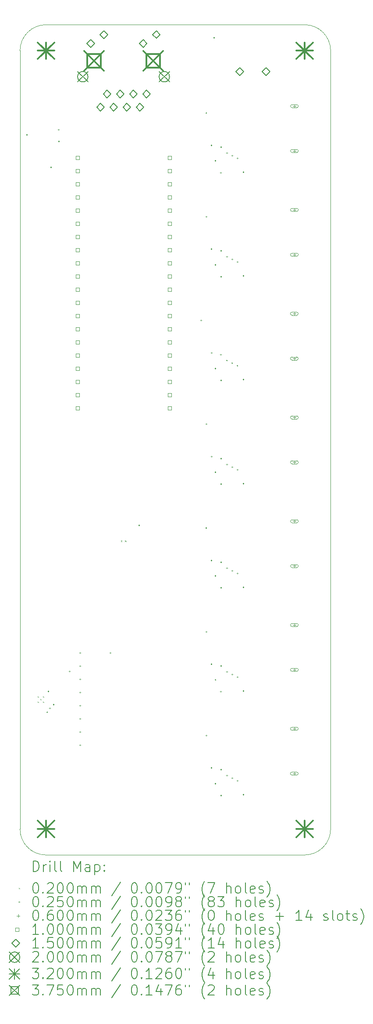
<source format=gbr>
%TF.GenerationSoftware,KiCad,Pcbnew,7.0.11*%
%TF.CreationDate,2024-10-01T10:45:00-04:00*%
%TF.ProjectId,cluster-pcb,636c7573-7465-4722-9d70-63622e6b6963,2.0*%
%TF.SameCoordinates,Original*%
%TF.FileFunction,Drillmap*%
%TF.FilePolarity,Positive*%
%FSLAX45Y45*%
G04 Gerber Fmt 4.5, Leading zero omitted, Abs format (unit mm)*
G04 Created by KiCad (PCBNEW 7.0.11) date 2024-10-01 10:45:00*
%MOMM*%
%LPD*%
G01*
G04 APERTURE LIST*
%ADD10C,0.100000*%
%ADD11C,0.200000*%
%ADD12C,0.150000*%
%ADD13C,0.320000*%
%ADD14C,0.375000*%
G04 APERTURE END LIST*
D10*
X7740000Y-2160000D02*
G75*
G03*
X7240000Y-2660000I0J-500000D01*
G01*
X7240000Y-17660000D02*
X7240000Y-2660000D01*
X13240000Y-2660000D02*
X13240000Y-17660000D01*
X12740000Y-18160000D02*
G75*
G03*
X13240000Y-17660000I0J500000D01*
G01*
X13240000Y-2660000D02*
G75*
G03*
X12740000Y-2160000I-500000J0D01*
G01*
X7240000Y-17660000D02*
G75*
G03*
X7740000Y-18160000I500000J0D01*
G01*
X12740000Y-18160000D02*
X7740000Y-18160000D01*
X7740000Y-2160000D02*
X12740000Y-2160000D01*
D11*
D10*
X7580000Y-15100000D02*
X7600000Y-15120000D01*
X7600000Y-15100000D02*
X7580000Y-15120000D01*
X7580000Y-15200000D02*
X7600000Y-15220000D01*
X7600000Y-15200000D02*
X7580000Y-15220000D01*
X7630000Y-15150000D02*
X7650000Y-15170000D01*
X7650000Y-15150000D02*
X7630000Y-15170000D01*
X7680000Y-15100000D02*
X7700000Y-15120000D01*
X7700000Y-15100000D02*
X7680000Y-15120000D01*
X7680000Y-15200000D02*
X7700000Y-15220000D01*
X7700000Y-15200000D02*
X7680000Y-15220000D01*
X9190630Y-12100000D02*
X9210630Y-12120000D01*
X9210630Y-12100000D02*
X9190630Y-12120000D01*
X9269370Y-12100000D02*
X9289370Y-12120000D01*
X9289370Y-12100000D02*
X9269370Y-12120000D01*
X7387100Y-4285000D02*
G75*
G03*
X7362100Y-4285000I-12500J0D01*
G01*
X7362100Y-4285000D02*
G75*
G03*
X7387100Y-4285000I12500J0D01*
G01*
X7777500Y-15410000D02*
G75*
G03*
X7752500Y-15410000I-12500J0D01*
G01*
X7752500Y-15410000D02*
G75*
G03*
X7777500Y-15410000I12500J0D01*
G01*
X7802500Y-15010000D02*
G75*
G03*
X7777500Y-15010000I-12500J0D01*
G01*
X7777500Y-15010000D02*
G75*
G03*
X7802500Y-15010000I12500J0D01*
G01*
X7827500Y-15335000D02*
G75*
G03*
X7802500Y-15335000I-12500J0D01*
G01*
X7802500Y-15335000D02*
G75*
G03*
X7827500Y-15335000I12500J0D01*
G01*
X7852500Y-4910000D02*
G75*
G03*
X7827500Y-4910000I-12500J0D01*
G01*
X7827500Y-4910000D02*
G75*
G03*
X7852500Y-4910000I12500J0D01*
G01*
X7902500Y-15260000D02*
G75*
G03*
X7877500Y-15260000I-12500J0D01*
G01*
X7877500Y-15260000D02*
G75*
G03*
X7902500Y-15260000I12500J0D01*
G01*
X8002500Y-4185000D02*
G75*
G03*
X7977500Y-4185000I-12500J0D01*
G01*
X7977500Y-4185000D02*
G75*
G03*
X8002500Y-4185000I12500J0D01*
G01*
X8002500Y-4410000D02*
G75*
G03*
X7977500Y-4410000I-12500J0D01*
G01*
X7977500Y-4410000D02*
G75*
G03*
X8002500Y-4410000I12500J0D01*
G01*
X8211100Y-14626600D02*
G75*
G03*
X8186100Y-14626600I-12500J0D01*
G01*
X8186100Y-14626600D02*
G75*
G03*
X8211100Y-14626600I12500J0D01*
G01*
X8414300Y-14271000D02*
G75*
G03*
X8389300Y-14271000I-12500J0D01*
G01*
X8389300Y-14271000D02*
G75*
G03*
X8414300Y-14271000I12500J0D01*
G01*
X8414300Y-14525000D02*
G75*
G03*
X8389300Y-14525000I-12500J0D01*
G01*
X8389300Y-14525000D02*
G75*
G03*
X8414300Y-14525000I12500J0D01*
G01*
X8414300Y-14779000D02*
G75*
G03*
X8389300Y-14779000I-12500J0D01*
G01*
X8389300Y-14779000D02*
G75*
G03*
X8414300Y-14779000I12500J0D01*
G01*
X8414300Y-15033000D02*
G75*
G03*
X8389300Y-15033000I-12500J0D01*
G01*
X8389300Y-15033000D02*
G75*
G03*
X8414300Y-15033000I12500J0D01*
G01*
X8414300Y-15287000D02*
G75*
G03*
X8389300Y-15287000I-12500J0D01*
G01*
X8389300Y-15287000D02*
G75*
G03*
X8414300Y-15287000I12500J0D01*
G01*
X8414300Y-15541000D02*
G75*
G03*
X8389300Y-15541000I-12500J0D01*
G01*
X8389300Y-15541000D02*
G75*
G03*
X8414300Y-15541000I12500J0D01*
G01*
X8414300Y-15795000D02*
G75*
G03*
X8389300Y-15795000I-12500J0D01*
G01*
X8389300Y-15795000D02*
G75*
G03*
X8414300Y-15795000I12500J0D01*
G01*
X8414300Y-16049000D02*
G75*
G03*
X8389300Y-16049000I-12500J0D01*
G01*
X8389300Y-16049000D02*
G75*
G03*
X8414300Y-16049000I12500J0D01*
G01*
X8998500Y-14271000D02*
G75*
G03*
X8973500Y-14271000I-12500J0D01*
G01*
X8973500Y-14271000D02*
G75*
G03*
X8998500Y-14271000I12500J0D01*
G01*
X9552500Y-11810000D02*
G75*
G03*
X9527500Y-11810000I-12500J0D01*
G01*
X9527500Y-11810000D02*
G75*
G03*
X9552500Y-11810000I12500J0D01*
G01*
X10752500Y-7860000D02*
G75*
G03*
X10727500Y-7860000I-12500J0D01*
G01*
X10727500Y-7860000D02*
G75*
G03*
X10752500Y-7860000I12500J0D01*
G01*
X10852500Y-3860000D02*
G75*
G03*
X10827500Y-3860000I-12500J0D01*
G01*
X10827500Y-3860000D02*
G75*
G03*
X10852500Y-3860000I12500J0D01*
G01*
X10852500Y-5860000D02*
G75*
G03*
X10827500Y-5860000I-12500J0D01*
G01*
X10827500Y-5860000D02*
G75*
G03*
X10852500Y-5860000I12500J0D01*
G01*
X10852500Y-9860000D02*
G75*
G03*
X10827500Y-9860000I-12500J0D01*
G01*
X10827500Y-9860000D02*
G75*
G03*
X10852500Y-9860000I12500J0D01*
G01*
X10852500Y-11860000D02*
G75*
G03*
X10827500Y-11860000I-12500J0D01*
G01*
X10827500Y-11860000D02*
G75*
G03*
X10852500Y-11860000I12500J0D01*
G01*
X10852500Y-13860000D02*
G75*
G03*
X10827500Y-13860000I-12500J0D01*
G01*
X10827500Y-13860000D02*
G75*
G03*
X10852500Y-13860000I12500J0D01*
G01*
X10852500Y-15860000D02*
G75*
G03*
X10827500Y-15860000I-12500J0D01*
G01*
X10827500Y-15860000D02*
G75*
G03*
X10852500Y-15860000I12500J0D01*
G01*
X10952500Y-4485000D02*
G75*
G03*
X10927500Y-4485000I-12500J0D01*
G01*
X10927500Y-4485000D02*
G75*
G03*
X10952500Y-4485000I12500J0D01*
G01*
X10952500Y-6485000D02*
G75*
G03*
X10927500Y-6485000I-12500J0D01*
G01*
X10927500Y-6485000D02*
G75*
G03*
X10952500Y-6485000I12500J0D01*
G01*
X10952500Y-8485000D02*
G75*
G03*
X10927500Y-8485000I-12500J0D01*
G01*
X10927500Y-8485000D02*
G75*
G03*
X10952500Y-8485000I12500J0D01*
G01*
X10952500Y-10485000D02*
G75*
G03*
X10927500Y-10485000I-12500J0D01*
G01*
X10927500Y-10485000D02*
G75*
G03*
X10952500Y-10485000I12500J0D01*
G01*
X10952500Y-12485000D02*
G75*
G03*
X10927500Y-12485000I-12500J0D01*
G01*
X10927500Y-12485000D02*
G75*
G03*
X10952500Y-12485000I12500J0D01*
G01*
X10952500Y-14485000D02*
G75*
G03*
X10927500Y-14485000I-12500J0D01*
G01*
X10927500Y-14485000D02*
G75*
G03*
X10952500Y-14485000I12500J0D01*
G01*
X10952500Y-16485000D02*
G75*
G03*
X10927500Y-16485000I-12500J0D01*
G01*
X10927500Y-16485000D02*
G75*
G03*
X10952500Y-16485000I12500J0D01*
G01*
X11002500Y-2410000D02*
G75*
G03*
X10977500Y-2410000I-12500J0D01*
G01*
X10977500Y-2410000D02*
G75*
G03*
X11002500Y-2410000I12500J0D01*
G01*
X11027500Y-4785000D02*
G75*
G03*
X11002500Y-4785000I-12500J0D01*
G01*
X11002500Y-4785000D02*
G75*
G03*
X11027500Y-4785000I12500J0D01*
G01*
X11027500Y-6785000D02*
G75*
G03*
X11002500Y-6785000I-12500J0D01*
G01*
X11002500Y-6785000D02*
G75*
G03*
X11027500Y-6785000I12500J0D01*
G01*
X11027500Y-8785000D02*
G75*
G03*
X11002500Y-8785000I-12500J0D01*
G01*
X11002500Y-8785000D02*
G75*
G03*
X11027500Y-8785000I12500J0D01*
G01*
X11027500Y-10785000D02*
G75*
G03*
X11002500Y-10785000I-12500J0D01*
G01*
X11002500Y-10785000D02*
G75*
G03*
X11027500Y-10785000I12500J0D01*
G01*
X11027500Y-12785000D02*
G75*
G03*
X11002500Y-12785000I-12500J0D01*
G01*
X11002500Y-12785000D02*
G75*
G03*
X11027500Y-12785000I12500J0D01*
G01*
X11027500Y-14785000D02*
G75*
G03*
X11002500Y-14785000I-12500J0D01*
G01*
X11002500Y-14785000D02*
G75*
G03*
X11027500Y-14785000I12500J0D01*
G01*
X11027500Y-16785000D02*
G75*
G03*
X11002500Y-16785000I-12500J0D01*
G01*
X11002500Y-16785000D02*
G75*
G03*
X11027500Y-16785000I12500J0D01*
G01*
X11135550Y-6518700D02*
G75*
G03*
X11110550Y-6518700I-12500J0D01*
G01*
X11110550Y-6518700D02*
G75*
G03*
X11135550Y-6518700I12500J0D01*
G01*
X11135550Y-8518700D02*
G75*
G03*
X11110550Y-8518700I-12500J0D01*
G01*
X11110550Y-8518700D02*
G75*
G03*
X11135550Y-8518700I12500J0D01*
G01*
X11135550Y-12518700D02*
G75*
G03*
X11110550Y-12518700I-12500J0D01*
G01*
X11110550Y-12518700D02*
G75*
G03*
X11135550Y-12518700I12500J0D01*
G01*
X11136600Y-4518700D02*
G75*
G03*
X11111600Y-4518700I-12500J0D01*
G01*
X11111600Y-4518700D02*
G75*
G03*
X11136600Y-4518700I12500J0D01*
G01*
X11136600Y-5014000D02*
G75*
G03*
X11111600Y-5014000I-12500J0D01*
G01*
X11111600Y-5014000D02*
G75*
G03*
X11136600Y-5014000I12500J0D01*
G01*
X11136600Y-7014000D02*
G75*
G03*
X11111600Y-7014000I-12500J0D01*
G01*
X11111600Y-7014000D02*
G75*
G03*
X11136600Y-7014000I12500J0D01*
G01*
X11136600Y-9014000D02*
G75*
G03*
X11111600Y-9014000I-12500J0D01*
G01*
X11111600Y-9014000D02*
G75*
G03*
X11136600Y-9014000I12500J0D01*
G01*
X11136600Y-10518700D02*
G75*
G03*
X11111600Y-10518700I-12500J0D01*
G01*
X11111600Y-10518700D02*
G75*
G03*
X11136600Y-10518700I12500J0D01*
G01*
X11136600Y-11014000D02*
G75*
G03*
X11111600Y-11014000I-12500J0D01*
G01*
X11111600Y-11014000D02*
G75*
G03*
X11136600Y-11014000I12500J0D01*
G01*
X11136600Y-13014000D02*
G75*
G03*
X11111600Y-13014000I-12500J0D01*
G01*
X11111600Y-13014000D02*
G75*
G03*
X11136600Y-13014000I12500J0D01*
G01*
X11136600Y-14518700D02*
G75*
G03*
X11111600Y-14518700I-12500J0D01*
G01*
X11111600Y-14518700D02*
G75*
G03*
X11136600Y-14518700I12500J0D01*
G01*
X11136600Y-15014000D02*
G75*
G03*
X11111600Y-15014000I-12500J0D01*
G01*
X11111600Y-15014000D02*
G75*
G03*
X11136600Y-15014000I12500J0D01*
G01*
X11136600Y-16518700D02*
G75*
G03*
X11111600Y-16518700I-12500J0D01*
G01*
X11111600Y-16518700D02*
G75*
G03*
X11136600Y-16518700I12500J0D01*
G01*
X11136600Y-17014000D02*
G75*
G03*
X11111600Y-17014000I-12500J0D01*
G01*
X11111600Y-17014000D02*
G75*
G03*
X11136600Y-17014000I12500J0D01*
G01*
X11250900Y-4633000D02*
G75*
G03*
X11225900Y-4633000I-12500J0D01*
G01*
X11225900Y-4633000D02*
G75*
G03*
X11250900Y-4633000I12500J0D01*
G01*
X11250900Y-6633000D02*
G75*
G03*
X11225900Y-6633000I-12500J0D01*
G01*
X11225900Y-6633000D02*
G75*
G03*
X11250900Y-6633000I12500J0D01*
G01*
X11250900Y-8633000D02*
G75*
G03*
X11225900Y-8633000I-12500J0D01*
G01*
X11225900Y-8633000D02*
G75*
G03*
X11250900Y-8633000I12500J0D01*
G01*
X11250900Y-10633000D02*
G75*
G03*
X11225900Y-10633000I-12500J0D01*
G01*
X11225900Y-10633000D02*
G75*
G03*
X11250900Y-10633000I12500J0D01*
G01*
X11250900Y-12633000D02*
G75*
G03*
X11225900Y-12633000I-12500J0D01*
G01*
X11225900Y-12633000D02*
G75*
G03*
X11250900Y-12633000I12500J0D01*
G01*
X11250900Y-14633000D02*
G75*
G03*
X11225900Y-14633000I-12500J0D01*
G01*
X11225900Y-14633000D02*
G75*
G03*
X11250900Y-14633000I12500J0D01*
G01*
X11250900Y-16633000D02*
G75*
G03*
X11225900Y-16633000I-12500J0D01*
G01*
X11225900Y-16633000D02*
G75*
G03*
X11250900Y-16633000I12500J0D01*
G01*
X11352500Y-4683800D02*
G75*
G03*
X11327500Y-4683800I-12500J0D01*
G01*
X11327500Y-4683800D02*
G75*
G03*
X11352500Y-4683800I12500J0D01*
G01*
X11352500Y-6683800D02*
G75*
G03*
X11327500Y-6683800I-12500J0D01*
G01*
X11327500Y-6683800D02*
G75*
G03*
X11352500Y-6683800I12500J0D01*
G01*
X11352500Y-8683800D02*
G75*
G03*
X11327500Y-8683800I-12500J0D01*
G01*
X11327500Y-8683800D02*
G75*
G03*
X11352500Y-8683800I12500J0D01*
G01*
X11352500Y-10683800D02*
G75*
G03*
X11327500Y-10683800I-12500J0D01*
G01*
X11327500Y-10683800D02*
G75*
G03*
X11352500Y-10683800I12500J0D01*
G01*
X11352500Y-12683800D02*
G75*
G03*
X11327500Y-12683800I-12500J0D01*
G01*
X11327500Y-12683800D02*
G75*
G03*
X11352500Y-12683800I12500J0D01*
G01*
X11352500Y-14683800D02*
G75*
G03*
X11327500Y-14683800I-12500J0D01*
G01*
X11327500Y-14683800D02*
G75*
G03*
X11352500Y-14683800I12500J0D01*
G01*
X11352500Y-16683800D02*
G75*
G03*
X11327500Y-16683800I-12500J0D01*
G01*
X11327500Y-16683800D02*
G75*
G03*
X11352500Y-16683800I12500J0D01*
G01*
X11454100Y-4734600D02*
G75*
G03*
X11429100Y-4734600I-12500J0D01*
G01*
X11429100Y-4734600D02*
G75*
G03*
X11454100Y-4734600I12500J0D01*
G01*
X11454100Y-6734600D02*
G75*
G03*
X11429100Y-6734600I-12500J0D01*
G01*
X11429100Y-6734600D02*
G75*
G03*
X11454100Y-6734600I12500J0D01*
G01*
X11454100Y-8734600D02*
G75*
G03*
X11429100Y-8734600I-12500J0D01*
G01*
X11429100Y-8734600D02*
G75*
G03*
X11454100Y-8734600I12500J0D01*
G01*
X11454100Y-10734600D02*
G75*
G03*
X11429100Y-10734600I-12500J0D01*
G01*
X11429100Y-10734600D02*
G75*
G03*
X11454100Y-10734600I12500J0D01*
G01*
X11454100Y-12734600D02*
G75*
G03*
X11429100Y-12734600I-12500J0D01*
G01*
X11429100Y-12734600D02*
G75*
G03*
X11454100Y-12734600I12500J0D01*
G01*
X11454100Y-14734600D02*
G75*
G03*
X11429100Y-14734600I-12500J0D01*
G01*
X11429100Y-14734600D02*
G75*
G03*
X11454100Y-14734600I12500J0D01*
G01*
X11454100Y-16734600D02*
G75*
G03*
X11429100Y-16734600I-12500J0D01*
G01*
X11429100Y-16734600D02*
G75*
G03*
X11454100Y-16734600I12500J0D01*
G01*
X11568400Y-5001300D02*
G75*
G03*
X11543400Y-5001300I-12500J0D01*
G01*
X11543400Y-5001300D02*
G75*
G03*
X11568400Y-5001300I12500J0D01*
G01*
X11568400Y-7001300D02*
G75*
G03*
X11543400Y-7001300I-12500J0D01*
G01*
X11543400Y-7001300D02*
G75*
G03*
X11568400Y-7001300I12500J0D01*
G01*
X11568400Y-11001300D02*
G75*
G03*
X11543400Y-11001300I-12500J0D01*
G01*
X11543400Y-11001300D02*
G75*
G03*
X11568400Y-11001300I12500J0D01*
G01*
X11568400Y-13001300D02*
G75*
G03*
X11543400Y-13001300I-12500J0D01*
G01*
X11543400Y-13001300D02*
G75*
G03*
X11568400Y-13001300I12500J0D01*
G01*
X11568400Y-15001300D02*
G75*
G03*
X11543400Y-15001300I-12500J0D01*
G01*
X11543400Y-15001300D02*
G75*
G03*
X11568400Y-15001300I12500J0D01*
G01*
X11568400Y-17001300D02*
G75*
G03*
X11543400Y-17001300I-12500J0D01*
G01*
X11543400Y-17001300D02*
G75*
G03*
X11568400Y-17001300I12500J0D01*
G01*
X11569450Y-9001300D02*
G75*
G03*
X11544450Y-9001300I-12500J0D01*
G01*
X11544450Y-9001300D02*
G75*
G03*
X11569450Y-9001300I12500J0D01*
G01*
X12540000Y-3698000D02*
X12540000Y-3758000D01*
X12510000Y-3728000D02*
X12570000Y-3728000D01*
X12495000Y-3758000D02*
X12585000Y-3758000D01*
X12585000Y-3758000D02*
G75*
G03*
X12585000Y-3698000I0J30000D01*
G01*
X12585000Y-3698000D02*
X12495000Y-3698000D01*
X12495000Y-3698000D02*
G75*
G03*
X12495000Y-3758000I0J-30000D01*
G01*
X12540000Y-4562000D02*
X12540000Y-4622000D01*
X12510000Y-4592000D02*
X12570000Y-4592000D01*
X12495000Y-4622000D02*
X12585000Y-4622000D01*
X12585000Y-4622000D02*
G75*
G03*
X12585000Y-4562000I0J30000D01*
G01*
X12585000Y-4562000D02*
X12495000Y-4562000D01*
X12495000Y-4562000D02*
G75*
G03*
X12495000Y-4622000I0J-30000D01*
G01*
X12540000Y-5698000D02*
X12540000Y-5758000D01*
X12510000Y-5728000D02*
X12570000Y-5728000D01*
X12495000Y-5758000D02*
X12585000Y-5758000D01*
X12585000Y-5758000D02*
G75*
G03*
X12585000Y-5698000I0J30000D01*
G01*
X12585000Y-5698000D02*
X12495000Y-5698000D01*
X12495000Y-5698000D02*
G75*
G03*
X12495000Y-5758000I0J-30000D01*
G01*
X12540000Y-6562000D02*
X12540000Y-6622000D01*
X12510000Y-6592000D02*
X12570000Y-6592000D01*
X12495000Y-6622000D02*
X12585000Y-6622000D01*
X12585000Y-6622000D02*
G75*
G03*
X12585000Y-6562000I0J30000D01*
G01*
X12585000Y-6562000D02*
X12495000Y-6562000D01*
X12495000Y-6562000D02*
G75*
G03*
X12495000Y-6622000I0J-30000D01*
G01*
X12540000Y-7698000D02*
X12540000Y-7758000D01*
X12510000Y-7728000D02*
X12570000Y-7728000D01*
X12495000Y-7758000D02*
X12585000Y-7758000D01*
X12585000Y-7758000D02*
G75*
G03*
X12585000Y-7698000I0J30000D01*
G01*
X12585000Y-7698000D02*
X12495000Y-7698000D01*
X12495000Y-7698000D02*
G75*
G03*
X12495000Y-7758000I0J-30000D01*
G01*
X12540000Y-8562000D02*
X12540000Y-8622000D01*
X12510000Y-8592000D02*
X12570000Y-8592000D01*
X12495000Y-8622000D02*
X12585000Y-8622000D01*
X12585000Y-8622000D02*
G75*
G03*
X12585000Y-8562000I0J30000D01*
G01*
X12585000Y-8562000D02*
X12495000Y-8562000D01*
X12495000Y-8562000D02*
G75*
G03*
X12495000Y-8622000I0J-30000D01*
G01*
X12540000Y-9698000D02*
X12540000Y-9758000D01*
X12510000Y-9728000D02*
X12570000Y-9728000D01*
X12495000Y-9758000D02*
X12585000Y-9758000D01*
X12585000Y-9758000D02*
G75*
G03*
X12585000Y-9698000I0J30000D01*
G01*
X12585000Y-9698000D02*
X12495000Y-9698000D01*
X12495000Y-9698000D02*
G75*
G03*
X12495000Y-9758000I0J-30000D01*
G01*
X12540000Y-10562000D02*
X12540000Y-10622000D01*
X12510000Y-10592000D02*
X12570000Y-10592000D01*
X12495000Y-10622000D02*
X12585000Y-10622000D01*
X12585000Y-10622000D02*
G75*
G03*
X12585000Y-10562000I0J30000D01*
G01*
X12585000Y-10562000D02*
X12495000Y-10562000D01*
X12495000Y-10562000D02*
G75*
G03*
X12495000Y-10622000I0J-30000D01*
G01*
X12540000Y-11698000D02*
X12540000Y-11758000D01*
X12510000Y-11728000D02*
X12570000Y-11728000D01*
X12495000Y-11758000D02*
X12585000Y-11758000D01*
X12585000Y-11758000D02*
G75*
G03*
X12585000Y-11698000I0J30000D01*
G01*
X12585000Y-11698000D02*
X12495000Y-11698000D01*
X12495000Y-11698000D02*
G75*
G03*
X12495000Y-11758000I0J-30000D01*
G01*
X12540000Y-12562000D02*
X12540000Y-12622000D01*
X12510000Y-12592000D02*
X12570000Y-12592000D01*
X12495000Y-12622000D02*
X12585000Y-12622000D01*
X12585000Y-12622000D02*
G75*
G03*
X12585000Y-12562000I0J30000D01*
G01*
X12585000Y-12562000D02*
X12495000Y-12562000D01*
X12495000Y-12562000D02*
G75*
G03*
X12495000Y-12622000I0J-30000D01*
G01*
X12540000Y-13698000D02*
X12540000Y-13758000D01*
X12510000Y-13728000D02*
X12570000Y-13728000D01*
X12495000Y-13758000D02*
X12585000Y-13758000D01*
X12585000Y-13758000D02*
G75*
G03*
X12585000Y-13698000I0J30000D01*
G01*
X12585000Y-13698000D02*
X12495000Y-13698000D01*
X12495000Y-13698000D02*
G75*
G03*
X12495000Y-13758000I0J-30000D01*
G01*
X12540000Y-14562000D02*
X12540000Y-14622000D01*
X12510000Y-14592000D02*
X12570000Y-14592000D01*
X12495000Y-14622000D02*
X12585000Y-14622000D01*
X12585000Y-14622000D02*
G75*
G03*
X12585000Y-14562000I0J30000D01*
G01*
X12585000Y-14562000D02*
X12495000Y-14562000D01*
X12495000Y-14562000D02*
G75*
G03*
X12495000Y-14622000I0J-30000D01*
G01*
X12540000Y-15698000D02*
X12540000Y-15758000D01*
X12510000Y-15728000D02*
X12570000Y-15728000D01*
X12495000Y-15758000D02*
X12585000Y-15758000D01*
X12585000Y-15758000D02*
G75*
G03*
X12585000Y-15698000I0J30000D01*
G01*
X12585000Y-15698000D02*
X12495000Y-15698000D01*
X12495000Y-15698000D02*
G75*
G03*
X12495000Y-15758000I0J-30000D01*
G01*
X12540000Y-16562000D02*
X12540000Y-16622000D01*
X12510000Y-16592000D02*
X12570000Y-16592000D01*
X12495000Y-16622000D02*
X12585000Y-16622000D01*
X12585000Y-16622000D02*
G75*
G03*
X12585000Y-16562000I0J30000D01*
G01*
X12585000Y-16562000D02*
X12495000Y-16562000D01*
X12495000Y-16562000D02*
G75*
G03*
X12495000Y-16622000I0J-30000D01*
G01*
X8386356Y-4755606D02*
X8386356Y-4684894D01*
X8315644Y-4684894D01*
X8315644Y-4755606D01*
X8386356Y-4755606D01*
X8386356Y-5009606D02*
X8386356Y-4938894D01*
X8315644Y-4938894D01*
X8315644Y-5009606D01*
X8386356Y-5009606D01*
X8386356Y-5263606D02*
X8386356Y-5192894D01*
X8315644Y-5192894D01*
X8315644Y-5263606D01*
X8386356Y-5263606D01*
X8386356Y-5517606D02*
X8386356Y-5446894D01*
X8315644Y-5446894D01*
X8315644Y-5517606D01*
X8386356Y-5517606D01*
X8386356Y-5771606D02*
X8386356Y-5700894D01*
X8315644Y-5700894D01*
X8315644Y-5771606D01*
X8386356Y-5771606D01*
X8386356Y-6025606D02*
X8386356Y-5954894D01*
X8315644Y-5954894D01*
X8315644Y-6025606D01*
X8386356Y-6025606D01*
X8386356Y-6279606D02*
X8386356Y-6208894D01*
X8315644Y-6208894D01*
X8315644Y-6279606D01*
X8386356Y-6279606D01*
X8386356Y-6533606D02*
X8386356Y-6462894D01*
X8315644Y-6462894D01*
X8315644Y-6533606D01*
X8386356Y-6533606D01*
X8386356Y-6787606D02*
X8386356Y-6716894D01*
X8315644Y-6716894D01*
X8315644Y-6787606D01*
X8386356Y-6787606D01*
X8386356Y-7041606D02*
X8386356Y-6970894D01*
X8315644Y-6970894D01*
X8315644Y-7041606D01*
X8386356Y-7041606D01*
X8386356Y-7295606D02*
X8386356Y-7224894D01*
X8315644Y-7224894D01*
X8315644Y-7295606D01*
X8386356Y-7295606D01*
X8386356Y-7549606D02*
X8386356Y-7478894D01*
X8315644Y-7478894D01*
X8315644Y-7549606D01*
X8386356Y-7549606D01*
X8386356Y-7803606D02*
X8386356Y-7732894D01*
X8315644Y-7732894D01*
X8315644Y-7803606D01*
X8386356Y-7803606D01*
X8386356Y-8057606D02*
X8386356Y-7986894D01*
X8315644Y-7986894D01*
X8315644Y-8057606D01*
X8386356Y-8057606D01*
X8386356Y-8311606D02*
X8386356Y-8240894D01*
X8315644Y-8240894D01*
X8315644Y-8311606D01*
X8386356Y-8311606D01*
X8386356Y-8565606D02*
X8386356Y-8494894D01*
X8315644Y-8494894D01*
X8315644Y-8565606D01*
X8386356Y-8565606D01*
X8386356Y-8819606D02*
X8386356Y-8748894D01*
X8315644Y-8748894D01*
X8315644Y-8819606D01*
X8386356Y-8819606D01*
X8386356Y-9073606D02*
X8386356Y-9002894D01*
X8315644Y-9002894D01*
X8315644Y-9073606D01*
X8386356Y-9073606D01*
X8386356Y-9327606D02*
X8386356Y-9256894D01*
X8315644Y-9256894D01*
X8315644Y-9327606D01*
X8386356Y-9327606D01*
X8386356Y-9581606D02*
X8386356Y-9510894D01*
X8315644Y-9510894D01*
X8315644Y-9581606D01*
X8386356Y-9581606D01*
X10164356Y-4755606D02*
X10164356Y-4684894D01*
X10093644Y-4684894D01*
X10093644Y-4755606D01*
X10164356Y-4755606D01*
X10164356Y-5009606D02*
X10164356Y-4938894D01*
X10093644Y-4938894D01*
X10093644Y-5009606D01*
X10164356Y-5009606D01*
X10164356Y-5263606D02*
X10164356Y-5192894D01*
X10093644Y-5192894D01*
X10093644Y-5263606D01*
X10164356Y-5263606D01*
X10164356Y-5517606D02*
X10164356Y-5446894D01*
X10093644Y-5446894D01*
X10093644Y-5517606D01*
X10164356Y-5517606D01*
X10164356Y-5771606D02*
X10164356Y-5700894D01*
X10093644Y-5700894D01*
X10093644Y-5771606D01*
X10164356Y-5771606D01*
X10164356Y-6025606D02*
X10164356Y-5954894D01*
X10093644Y-5954894D01*
X10093644Y-6025606D01*
X10164356Y-6025606D01*
X10164356Y-6279606D02*
X10164356Y-6208894D01*
X10093644Y-6208894D01*
X10093644Y-6279606D01*
X10164356Y-6279606D01*
X10164356Y-6533606D02*
X10164356Y-6462894D01*
X10093644Y-6462894D01*
X10093644Y-6533606D01*
X10164356Y-6533606D01*
X10164356Y-6787606D02*
X10164356Y-6716894D01*
X10093644Y-6716894D01*
X10093644Y-6787606D01*
X10164356Y-6787606D01*
X10164356Y-7041606D02*
X10164356Y-6970894D01*
X10093644Y-6970894D01*
X10093644Y-7041606D01*
X10164356Y-7041606D01*
X10164356Y-7295606D02*
X10164356Y-7224894D01*
X10093644Y-7224894D01*
X10093644Y-7295606D01*
X10164356Y-7295606D01*
X10164356Y-7549606D02*
X10164356Y-7478894D01*
X10093644Y-7478894D01*
X10093644Y-7549606D01*
X10164356Y-7549606D01*
X10164356Y-7803606D02*
X10164356Y-7732894D01*
X10093644Y-7732894D01*
X10093644Y-7803606D01*
X10164356Y-7803606D01*
X10164356Y-8057606D02*
X10164356Y-7986894D01*
X10093644Y-7986894D01*
X10093644Y-8057606D01*
X10164356Y-8057606D01*
X10164356Y-8311606D02*
X10164356Y-8240894D01*
X10093644Y-8240894D01*
X10093644Y-8311606D01*
X10164356Y-8311606D01*
X10164356Y-8565606D02*
X10164356Y-8494894D01*
X10093644Y-8494894D01*
X10093644Y-8565606D01*
X10164356Y-8565606D01*
X10164356Y-8819606D02*
X10164356Y-8748894D01*
X10093644Y-8748894D01*
X10093644Y-8819606D01*
X10164356Y-8819606D01*
X10164356Y-9073606D02*
X10164356Y-9002894D01*
X10093644Y-9002894D01*
X10093644Y-9073606D01*
X10164356Y-9073606D01*
X10164356Y-9327606D02*
X10164356Y-9256894D01*
X10093644Y-9256894D01*
X10093644Y-9327606D01*
X10164356Y-9327606D01*
X10164356Y-9581606D02*
X10164356Y-9510894D01*
X10093644Y-9510894D01*
X10093644Y-9581606D01*
X10164356Y-9581606D01*
D12*
X8607500Y-2595250D02*
X8682500Y-2520250D01*
X8607500Y-2445250D01*
X8532500Y-2520250D01*
X8607500Y-2595250D01*
X8795500Y-3822250D02*
X8870500Y-3747250D01*
X8795500Y-3672250D01*
X8720500Y-3747250D01*
X8795500Y-3822250D01*
X8861500Y-2425250D02*
X8936500Y-2350250D01*
X8861500Y-2275250D01*
X8786500Y-2350250D01*
X8861500Y-2425250D01*
X8922500Y-3568250D02*
X8997500Y-3493250D01*
X8922500Y-3418250D01*
X8847500Y-3493250D01*
X8922500Y-3568250D01*
X9049500Y-3822250D02*
X9124500Y-3747250D01*
X9049500Y-3672250D01*
X8974500Y-3747250D01*
X9049500Y-3822250D01*
X9176500Y-3568250D02*
X9251500Y-3493250D01*
X9176500Y-3418250D01*
X9101500Y-3493250D01*
X9176500Y-3568250D01*
X9303500Y-3822250D02*
X9378500Y-3747250D01*
X9303500Y-3672250D01*
X9228500Y-3747250D01*
X9303500Y-3822250D01*
X9430500Y-3568250D02*
X9505500Y-3493250D01*
X9430500Y-3418250D01*
X9355500Y-3493250D01*
X9430500Y-3568250D01*
X9557500Y-3822250D02*
X9632500Y-3747250D01*
X9557500Y-3672250D01*
X9482500Y-3747250D01*
X9557500Y-3822250D01*
X9618500Y-2595250D02*
X9693500Y-2520250D01*
X9618500Y-2445250D01*
X9543500Y-2520250D01*
X9618500Y-2595250D01*
X9684500Y-3568250D02*
X9759500Y-3493250D01*
X9684500Y-3418250D01*
X9609500Y-3493250D01*
X9684500Y-3568250D01*
X9872500Y-2423250D02*
X9947500Y-2348250D01*
X9872500Y-2273250D01*
X9797500Y-2348250D01*
X9872500Y-2423250D01*
X11486000Y-3135000D02*
X11561000Y-3060000D01*
X11486000Y-2985000D01*
X11411000Y-3060000D01*
X11486000Y-3135000D01*
X11994000Y-3135000D02*
X12069000Y-3060000D01*
X11994000Y-2985000D01*
X11919000Y-3060000D01*
X11994000Y-3135000D01*
D11*
X8352500Y-3061250D02*
X8552500Y-3261250D01*
X8552500Y-3061250D02*
X8352500Y-3261250D01*
X8552500Y-3161250D02*
G75*
G03*
X8352500Y-3161250I-100000J0D01*
G01*
X8352500Y-3161250D02*
G75*
G03*
X8552500Y-3161250I100000J0D01*
G01*
X9927500Y-3061250D02*
X10127500Y-3261250D01*
X10127500Y-3061250D02*
X9927500Y-3261250D01*
X10127500Y-3161250D02*
G75*
G03*
X9927500Y-3161250I-100000J0D01*
G01*
X9927500Y-3161250D02*
G75*
G03*
X10127500Y-3161250I100000J0D01*
G01*
D13*
X7580000Y-2500000D02*
X7900000Y-2820000D01*
X7900000Y-2500000D02*
X7580000Y-2820000D01*
X7740000Y-2500000D02*
X7740000Y-2820000D01*
X7580000Y-2660000D02*
X7900000Y-2660000D01*
X7580000Y-17500000D02*
X7900000Y-17820000D01*
X7900000Y-17500000D02*
X7580000Y-17820000D01*
X7740000Y-17500000D02*
X7740000Y-17820000D01*
X7580000Y-17660000D02*
X7900000Y-17660000D01*
X12580000Y-2500000D02*
X12900000Y-2820000D01*
X12900000Y-2500000D02*
X12580000Y-2820000D01*
X12740000Y-2500000D02*
X12740000Y-2820000D01*
X12580000Y-2660000D02*
X12900000Y-2660000D01*
X12580000Y-17500000D02*
X12900000Y-17820000D01*
X12900000Y-17500000D02*
X12580000Y-17820000D01*
X12740000Y-17500000D02*
X12740000Y-17820000D01*
X12580000Y-17660000D02*
X12900000Y-17660000D01*
D14*
X8481000Y-2668750D02*
X8856000Y-3043750D01*
X8856000Y-2668750D02*
X8481000Y-3043750D01*
X8801084Y-2988834D02*
X8801084Y-2723666D01*
X8535916Y-2723666D01*
X8535916Y-2988834D01*
X8801084Y-2988834D01*
X9624000Y-2668750D02*
X9999000Y-3043750D01*
X9999000Y-2668750D02*
X9624000Y-3043750D01*
X9944084Y-2988834D02*
X9944084Y-2723666D01*
X9678916Y-2723666D01*
X9678916Y-2988834D01*
X9944084Y-2988834D01*
D11*
X7495777Y-18476484D02*
X7495777Y-18276484D01*
X7495777Y-18276484D02*
X7543396Y-18276484D01*
X7543396Y-18276484D02*
X7571967Y-18286008D01*
X7571967Y-18286008D02*
X7591015Y-18305055D01*
X7591015Y-18305055D02*
X7600539Y-18324103D01*
X7600539Y-18324103D02*
X7610062Y-18362198D01*
X7610062Y-18362198D02*
X7610062Y-18390770D01*
X7610062Y-18390770D02*
X7600539Y-18428865D01*
X7600539Y-18428865D02*
X7591015Y-18447912D01*
X7591015Y-18447912D02*
X7571967Y-18466960D01*
X7571967Y-18466960D02*
X7543396Y-18476484D01*
X7543396Y-18476484D02*
X7495777Y-18476484D01*
X7695777Y-18476484D02*
X7695777Y-18343150D01*
X7695777Y-18381246D02*
X7705301Y-18362198D01*
X7705301Y-18362198D02*
X7714824Y-18352674D01*
X7714824Y-18352674D02*
X7733872Y-18343150D01*
X7733872Y-18343150D02*
X7752920Y-18343150D01*
X7819586Y-18476484D02*
X7819586Y-18343150D01*
X7819586Y-18276484D02*
X7810062Y-18286008D01*
X7810062Y-18286008D02*
X7819586Y-18295531D01*
X7819586Y-18295531D02*
X7829110Y-18286008D01*
X7829110Y-18286008D02*
X7819586Y-18276484D01*
X7819586Y-18276484D02*
X7819586Y-18295531D01*
X7943396Y-18476484D02*
X7924348Y-18466960D01*
X7924348Y-18466960D02*
X7914824Y-18447912D01*
X7914824Y-18447912D02*
X7914824Y-18276484D01*
X8048158Y-18476484D02*
X8029110Y-18466960D01*
X8029110Y-18466960D02*
X8019586Y-18447912D01*
X8019586Y-18447912D02*
X8019586Y-18276484D01*
X8276729Y-18476484D02*
X8276729Y-18276484D01*
X8276729Y-18276484D02*
X8343396Y-18419341D01*
X8343396Y-18419341D02*
X8410063Y-18276484D01*
X8410063Y-18276484D02*
X8410063Y-18476484D01*
X8591015Y-18476484D02*
X8591015Y-18371722D01*
X8591015Y-18371722D02*
X8581491Y-18352674D01*
X8581491Y-18352674D02*
X8562444Y-18343150D01*
X8562444Y-18343150D02*
X8524348Y-18343150D01*
X8524348Y-18343150D02*
X8505301Y-18352674D01*
X8591015Y-18466960D02*
X8571967Y-18476484D01*
X8571967Y-18476484D02*
X8524348Y-18476484D01*
X8524348Y-18476484D02*
X8505301Y-18466960D01*
X8505301Y-18466960D02*
X8495777Y-18447912D01*
X8495777Y-18447912D02*
X8495777Y-18428865D01*
X8495777Y-18428865D02*
X8505301Y-18409817D01*
X8505301Y-18409817D02*
X8524348Y-18400293D01*
X8524348Y-18400293D02*
X8571967Y-18400293D01*
X8571967Y-18400293D02*
X8591015Y-18390770D01*
X8686253Y-18343150D02*
X8686253Y-18543150D01*
X8686253Y-18352674D02*
X8705301Y-18343150D01*
X8705301Y-18343150D02*
X8743396Y-18343150D01*
X8743396Y-18343150D02*
X8762444Y-18352674D01*
X8762444Y-18352674D02*
X8771967Y-18362198D01*
X8771967Y-18362198D02*
X8781491Y-18381246D01*
X8781491Y-18381246D02*
X8781491Y-18438389D01*
X8781491Y-18438389D02*
X8771967Y-18457436D01*
X8771967Y-18457436D02*
X8762444Y-18466960D01*
X8762444Y-18466960D02*
X8743396Y-18476484D01*
X8743396Y-18476484D02*
X8705301Y-18476484D01*
X8705301Y-18476484D02*
X8686253Y-18466960D01*
X8867205Y-18457436D02*
X8876729Y-18466960D01*
X8876729Y-18466960D02*
X8867205Y-18476484D01*
X8867205Y-18476484D02*
X8857682Y-18466960D01*
X8857682Y-18466960D02*
X8867205Y-18457436D01*
X8867205Y-18457436D02*
X8867205Y-18476484D01*
X8867205Y-18352674D02*
X8876729Y-18362198D01*
X8876729Y-18362198D02*
X8867205Y-18371722D01*
X8867205Y-18371722D02*
X8857682Y-18362198D01*
X8857682Y-18362198D02*
X8867205Y-18352674D01*
X8867205Y-18352674D02*
X8867205Y-18371722D01*
D10*
X7215000Y-18795000D02*
X7235000Y-18815000D01*
X7235000Y-18795000D02*
X7215000Y-18815000D01*
D11*
X7533872Y-18696484D02*
X7552920Y-18696484D01*
X7552920Y-18696484D02*
X7571967Y-18706008D01*
X7571967Y-18706008D02*
X7581491Y-18715531D01*
X7581491Y-18715531D02*
X7591015Y-18734579D01*
X7591015Y-18734579D02*
X7600539Y-18772674D01*
X7600539Y-18772674D02*
X7600539Y-18820293D01*
X7600539Y-18820293D02*
X7591015Y-18858389D01*
X7591015Y-18858389D02*
X7581491Y-18877436D01*
X7581491Y-18877436D02*
X7571967Y-18886960D01*
X7571967Y-18886960D02*
X7552920Y-18896484D01*
X7552920Y-18896484D02*
X7533872Y-18896484D01*
X7533872Y-18896484D02*
X7514824Y-18886960D01*
X7514824Y-18886960D02*
X7505301Y-18877436D01*
X7505301Y-18877436D02*
X7495777Y-18858389D01*
X7495777Y-18858389D02*
X7486253Y-18820293D01*
X7486253Y-18820293D02*
X7486253Y-18772674D01*
X7486253Y-18772674D02*
X7495777Y-18734579D01*
X7495777Y-18734579D02*
X7505301Y-18715531D01*
X7505301Y-18715531D02*
X7514824Y-18706008D01*
X7514824Y-18706008D02*
X7533872Y-18696484D01*
X7686253Y-18877436D02*
X7695777Y-18886960D01*
X7695777Y-18886960D02*
X7686253Y-18896484D01*
X7686253Y-18896484D02*
X7676729Y-18886960D01*
X7676729Y-18886960D02*
X7686253Y-18877436D01*
X7686253Y-18877436D02*
X7686253Y-18896484D01*
X7771967Y-18715531D02*
X7781491Y-18706008D01*
X7781491Y-18706008D02*
X7800539Y-18696484D01*
X7800539Y-18696484D02*
X7848158Y-18696484D01*
X7848158Y-18696484D02*
X7867205Y-18706008D01*
X7867205Y-18706008D02*
X7876729Y-18715531D01*
X7876729Y-18715531D02*
X7886253Y-18734579D01*
X7886253Y-18734579D02*
X7886253Y-18753627D01*
X7886253Y-18753627D02*
X7876729Y-18782198D01*
X7876729Y-18782198D02*
X7762443Y-18896484D01*
X7762443Y-18896484D02*
X7886253Y-18896484D01*
X8010062Y-18696484D02*
X8029110Y-18696484D01*
X8029110Y-18696484D02*
X8048158Y-18706008D01*
X8048158Y-18706008D02*
X8057682Y-18715531D01*
X8057682Y-18715531D02*
X8067205Y-18734579D01*
X8067205Y-18734579D02*
X8076729Y-18772674D01*
X8076729Y-18772674D02*
X8076729Y-18820293D01*
X8076729Y-18820293D02*
X8067205Y-18858389D01*
X8067205Y-18858389D02*
X8057682Y-18877436D01*
X8057682Y-18877436D02*
X8048158Y-18886960D01*
X8048158Y-18886960D02*
X8029110Y-18896484D01*
X8029110Y-18896484D02*
X8010062Y-18896484D01*
X8010062Y-18896484D02*
X7991015Y-18886960D01*
X7991015Y-18886960D02*
X7981491Y-18877436D01*
X7981491Y-18877436D02*
X7971967Y-18858389D01*
X7971967Y-18858389D02*
X7962443Y-18820293D01*
X7962443Y-18820293D02*
X7962443Y-18772674D01*
X7962443Y-18772674D02*
X7971967Y-18734579D01*
X7971967Y-18734579D02*
X7981491Y-18715531D01*
X7981491Y-18715531D02*
X7991015Y-18706008D01*
X7991015Y-18706008D02*
X8010062Y-18696484D01*
X8200539Y-18696484D02*
X8219586Y-18696484D01*
X8219586Y-18696484D02*
X8238634Y-18706008D01*
X8238634Y-18706008D02*
X8248158Y-18715531D01*
X8248158Y-18715531D02*
X8257682Y-18734579D01*
X8257682Y-18734579D02*
X8267205Y-18772674D01*
X8267205Y-18772674D02*
X8267205Y-18820293D01*
X8267205Y-18820293D02*
X8257682Y-18858389D01*
X8257682Y-18858389D02*
X8248158Y-18877436D01*
X8248158Y-18877436D02*
X8238634Y-18886960D01*
X8238634Y-18886960D02*
X8219586Y-18896484D01*
X8219586Y-18896484D02*
X8200539Y-18896484D01*
X8200539Y-18896484D02*
X8181491Y-18886960D01*
X8181491Y-18886960D02*
X8171967Y-18877436D01*
X8171967Y-18877436D02*
X8162443Y-18858389D01*
X8162443Y-18858389D02*
X8152920Y-18820293D01*
X8152920Y-18820293D02*
X8152920Y-18772674D01*
X8152920Y-18772674D02*
X8162443Y-18734579D01*
X8162443Y-18734579D02*
X8171967Y-18715531D01*
X8171967Y-18715531D02*
X8181491Y-18706008D01*
X8181491Y-18706008D02*
X8200539Y-18696484D01*
X8352920Y-18896484D02*
X8352920Y-18763150D01*
X8352920Y-18782198D02*
X8362443Y-18772674D01*
X8362443Y-18772674D02*
X8381491Y-18763150D01*
X8381491Y-18763150D02*
X8410063Y-18763150D01*
X8410063Y-18763150D02*
X8429110Y-18772674D01*
X8429110Y-18772674D02*
X8438634Y-18791722D01*
X8438634Y-18791722D02*
X8438634Y-18896484D01*
X8438634Y-18791722D02*
X8448158Y-18772674D01*
X8448158Y-18772674D02*
X8467205Y-18763150D01*
X8467205Y-18763150D02*
X8495777Y-18763150D01*
X8495777Y-18763150D02*
X8514825Y-18772674D01*
X8514825Y-18772674D02*
X8524348Y-18791722D01*
X8524348Y-18791722D02*
X8524348Y-18896484D01*
X8619586Y-18896484D02*
X8619586Y-18763150D01*
X8619586Y-18782198D02*
X8629110Y-18772674D01*
X8629110Y-18772674D02*
X8648158Y-18763150D01*
X8648158Y-18763150D02*
X8676729Y-18763150D01*
X8676729Y-18763150D02*
X8695777Y-18772674D01*
X8695777Y-18772674D02*
X8705301Y-18791722D01*
X8705301Y-18791722D02*
X8705301Y-18896484D01*
X8705301Y-18791722D02*
X8714825Y-18772674D01*
X8714825Y-18772674D02*
X8733872Y-18763150D01*
X8733872Y-18763150D02*
X8762444Y-18763150D01*
X8762444Y-18763150D02*
X8781491Y-18772674D01*
X8781491Y-18772674D02*
X8791015Y-18791722D01*
X8791015Y-18791722D02*
X8791015Y-18896484D01*
X9181491Y-18686960D02*
X9010063Y-18944103D01*
X9438634Y-18696484D02*
X9457682Y-18696484D01*
X9457682Y-18696484D02*
X9476729Y-18706008D01*
X9476729Y-18706008D02*
X9486253Y-18715531D01*
X9486253Y-18715531D02*
X9495777Y-18734579D01*
X9495777Y-18734579D02*
X9505301Y-18772674D01*
X9505301Y-18772674D02*
X9505301Y-18820293D01*
X9505301Y-18820293D02*
X9495777Y-18858389D01*
X9495777Y-18858389D02*
X9486253Y-18877436D01*
X9486253Y-18877436D02*
X9476729Y-18886960D01*
X9476729Y-18886960D02*
X9457682Y-18896484D01*
X9457682Y-18896484D02*
X9438634Y-18896484D01*
X9438634Y-18896484D02*
X9419587Y-18886960D01*
X9419587Y-18886960D02*
X9410063Y-18877436D01*
X9410063Y-18877436D02*
X9400539Y-18858389D01*
X9400539Y-18858389D02*
X9391015Y-18820293D01*
X9391015Y-18820293D02*
X9391015Y-18772674D01*
X9391015Y-18772674D02*
X9400539Y-18734579D01*
X9400539Y-18734579D02*
X9410063Y-18715531D01*
X9410063Y-18715531D02*
X9419587Y-18706008D01*
X9419587Y-18706008D02*
X9438634Y-18696484D01*
X9591015Y-18877436D02*
X9600539Y-18886960D01*
X9600539Y-18886960D02*
X9591015Y-18896484D01*
X9591015Y-18896484D02*
X9581491Y-18886960D01*
X9581491Y-18886960D02*
X9591015Y-18877436D01*
X9591015Y-18877436D02*
X9591015Y-18896484D01*
X9724348Y-18696484D02*
X9743396Y-18696484D01*
X9743396Y-18696484D02*
X9762444Y-18706008D01*
X9762444Y-18706008D02*
X9771968Y-18715531D01*
X9771968Y-18715531D02*
X9781491Y-18734579D01*
X9781491Y-18734579D02*
X9791015Y-18772674D01*
X9791015Y-18772674D02*
X9791015Y-18820293D01*
X9791015Y-18820293D02*
X9781491Y-18858389D01*
X9781491Y-18858389D02*
X9771968Y-18877436D01*
X9771968Y-18877436D02*
X9762444Y-18886960D01*
X9762444Y-18886960D02*
X9743396Y-18896484D01*
X9743396Y-18896484D02*
X9724348Y-18896484D01*
X9724348Y-18896484D02*
X9705301Y-18886960D01*
X9705301Y-18886960D02*
X9695777Y-18877436D01*
X9695777Y-18877436D02*
X9686253Y-18858389D01*
X9686253Y-18858389D02*
X9676729Y-18820293D01*
X9676729Y-18820293D02*
X9676729Y-18772674D01*
X9676729Y-18772674D02*
X9686253Y-18734579D01*
X9686253Y-18734579D02*
X9695777Y-18715531D01*
X9695777Y-18715531D02*
X9705301Y-18706008D01*
X9705301Y-18706008D02*
X9724348Y-18696484D01*
X9914825Y-18696484D02*
X9933872Y-18696484D01*
X9933872Y-18696484D02*
X9952920Y-18706008D01*
X9952920Y-18706008D02*
X9962444Y-18715531D01*
X9962444Y-18715531D02*
X9971968Y-18734579D01*
X9971968Y-18734579D02*
X9981491Y-18772674D01*
X9981491Y-18772674D02*
X9981491Y-18820293D01*
X9981491Y-18820293D02*
X9971968Y-18858389D01*
X9971968Y-18858389D02*
X9962444Y-18877436D01*
X9962444Y-18877436D02*
X9952920Y-18886960D01*
X9952920Y-18886960D02*
X9933872Y-18896484D01*
X9933872Y-18896484D02*
X9914825Y-18896484D01*
X9914825Y-18896484D02*
X9895777Y-18886960D01*
X9895777Y-18886960D02*
X9886253Y-18877436D01*
X9886253Y-18877436D02*
X9876729Y-18858389D01*
X9876729Y-18858389D02*
X9867206Y-18820293D01*
X9867206Y-18820293D02*
X9867206Y-18772674D01*
X9867206Y-18772674D02*
X9876729Y-18734579D01*
X9876729Y-18734579D02*
X9886253Y-18715531D01*
X9886253Y-18715531D02*
X9895777Y-18706008D01*
X9895777Y-18706008D02*
X9914825Y-18696484D01*
X10048158Y-18696484D02*
X10181491Y-18696484D01*
X10181491Y-18696484D02*
X10095777Y-18896484D01*
X10267206Y-18896484D02*
X10305301Y-18896484D01*
X10305301Y-18896484D02*
X10324349Y-18886960D01*
X10324349Y-18886960D02*
X10333872Y-18877436D01*
X10333872Y-18877436D02*
X10352920Y-18848865D01*
X10352920Y-18848865D02*
X10362444Y-18810770D01*
X10362444Y-18810770D02*
X10362444Y-18734579D01*
X10362444Y-18734579D02*
X10352920Y-18715531D01*
X10352920Y-18715531D02*
X10343396Y-18706008D01*
X10343396Y-18706008D02*
X10324349Y-18696484D01*
X10324349Y-18696484D02*
X10286253Y-18696484D01*
X10286253Y-18696484D02*
X10267206Y-18706008D01*
X10267206Y-18706008D02*
X10257682Y-18715531D01*
X10257682Y-18715531D02*
X10248158Y-18734579D01*
X10248158Y-18734579D02*
X10248158Y-18782198D01*
X10248158Y-18782198D02*
X10257682Y-18801246D01*
X10257682Y-18801246D02*
X10267206Y-18810770D01*
X10267206Y-18810770D02*
X10286253Y-18820293D01*
X10286253Y-18820293D02*
X10324349Y-18820293D01*
X10324349Y-18820293D02*
X10343396Y-18810770D01*
X10343396Y-18810770D02*
X10352920Y-18801246D01*
X10352920Y-18801246D02*
X10362444Y-18782198D01*
X10438634Y-18696484D02*
X10438634Y-18734579D01*
X10514825Y-18696484D02*
X10514825Y-18734579D01*
X10810063Y-18972674D02*
X10800539Y-18963150D01*
X10800539Y-18963150D02*
X10781491Y-18934579D01*
X10781491Y-18934579D02*
X10771968Y-18915531D01*
X10771968Y-18915531D02*
X10762444Y-18886960D01*
X10762444Y-18886960D02*
X10752920Y-18839341D01*
X10752920Y-18839341D02*
X10752920Y-18801246D01*
X10752920Y-18801246D02*
X10762444Y-18753627D01*
X10762444Y-18753627D02*
X10771968Y-18725055D01*
X10771968Y-18725055D02*
X10781491Y-18706008D01*
X10781491Y-18706008D02*
X10800539Y-18677436D01*
X10800539Y-18677436D02*
X10810063Y-18667912D01*
X10867206Y-18696484D02*
X11000539Y-18696484D01*
X11000539Y-18696484D02*
X10914825Y-18896484D01*
X11229110Y-18896484D02*
X11229110Y-18696484D01*
X11314825Y-18896484D02*
X11314825Y-18791722D01*
X11314825Y-18791722D02*
X11305301Y-18772674D01*
X11305301Y-18772674D02*
X11286253Y-18763150D01*
X11286253Y-18763150D02*
X11257682Y-18763150D01*
X11257682Y-18763150D02*
X11238634Y-18772674D01*
X11238634Y-18772674D02*
X11229110Y-18782198D01*
X11438634Y-18896484D02*
X11419587Y-18886960D01*
X11419587Y-18886960D02*
X11410063Y-18877436D01*
X11410063Y-18877436D02*
X11400539Y-18858389D01*
X11400539Y-18858389D02*
X11400539Y-18801246D01*
X11400539Y-18801246D02*
X11410063Y-18782198D01*
X11410063Y-18782198D02*
X11419587Y-18772674D01*
X11419587Y-18772674D02*
X11438634Y-18763150D01*
X11438634Y-18763150D02*
X11467206Y-18763150D01*
X11467206Y-18763150D02*
X11486253Y-18772674D01*
X11486253Y-18772674D02*
X11495777Y-18782198D01*
X11495777Y-18782198D02*
X11505301Y-18801246D01*
X11505301Y-18801246D02*
X11505301Y-18858389D01*
X11505301Y-18858389D02*
X11495777Y-18877436D01*
X11495777Y-18877436D02*
X11486253Y-18886960D01*
X11486253Y-18886960D02*
X11467206Y-18896484D01*
X11467206Y-18896484D02*
X11438634Y-18896484D01*
X11619587Y-18896484D02*
X11600539Y-18886960D01*
X11600539Y-18886960D02*
X11591015Y-18867912D01*
X11591015Y-18867912D02*
X11591015Y-18696484D01*
X11771968Y-18886960D02*
X11752920Y-18896484D01*
X11752920Y-18896484D02*
X11714825Y-18896484D01*
X11714825Y-18896484D02*
X11695777Y-18886960D01*
X11695777Y-18886960D02*
X11686253Y-18867912D01*
X11686253Y-18867912D02*
X11686253Y-18791722D01*
X11686253Y-18791722D02*
X11695777Y-18772674D01*
X11695777Y-18772674D02*
X11714825Y-18763150D01*
X11714825Y-18763150D02*
X11752920Y-18763150D01*
X11752920Y-18763150D02*
X11771968Y-18772674D01*
X11771968Y-18772674D02*
X11781491Y-18791722D01*
X11781491Y-18791722D02*
X11781491Y-18810770D01*
X11781491Y-18810770D02*
X11686253Y-18829817D01*
X11857682Y-18886960D02*
X11876730Y-18896484D01*
X11876730Y-18896484D02*
X11914825Y-18896484D01*
X11914825Y-18896484D02*
X11933872Y-18886960D01*
X11933872Y-18886960D02*
X11943396Y-18867912D01*
X11943396Y-18867912D02*
X11943396Y-18858389D01*
X11943396Y-18858389D02*
X11933872Y-18839341D01*
X11933872Y-18839341D02*
X11914825Y-18829817D01*
X11914825Y-18829817D02*
X11886253Y-18829817D01*
X11886253Y-18829817D02*
X11867206Y-18820293D01*
X11867206Y-18820293D02*
X11857682Y-18801246D01*
X11857682Y-18801246D02*
X11857682Y-18791722D01*
X11857682Y-18791722D02*
X11867206Y-18772674D01*
X11867206Y-18772674D02*
X11886253Y-18763150D01*
X11886253Y-18763150D02*
X11914825Y-18763150D01*
X11914825Y-18763150D02*
X11933872Y-18772674D01*
X12010063Y-18972674D02*
X12019587Y-18963150D01*
X12019587Y-18963150D02*
X12038634Y-18934579D01*
X12038634Y-18934579D02*
X12048158Y-18915531D01*
X12048158Y-18915531D02*
X12057682Y-18886960D01*
X12057682Y-18886960D02*
X12067206Y-18839341D01*
X12067206Y-18839341D02*
X12067206Y-18801246D01*
X12067206Y-18801246D02*
X12057682Y-18753627D01*
X12057682Y-18753627D02*
X12048158Y-18725055D01*
X12048158Y-18725055D02*
X12038634Y-18706008D01*
X12038634Y-18706008D02*
X12019587Y-18677436D01*
X12019587Y-18677436D02*
X12010063Y-18667912D01*
D10*
X7235000Y-19069000D02*
G75*
G03*
X7210000Y-19069000I-12500J0D01*
G01*
X7210000Y-19069000D02*
G75*
G03*
X7235000Y-19069000I12500J0D01*
G01*
D11*
X7533872Y-18960484D02*
X7552920Y-18960484D01*
X7552920Y-18960484D02*
X7571967Y-18970008D01*
X7571967Y-18970008D02*
X7581491Y-18979531D01*
X7581491Y-18979531D02*
X7591015Y-18998579D01*
X7591015Y-18998579D02*
X7600539Y-19036674D01*
X7600539Y-19036674D02*
X7600539Y-19084293D01*
X7600539Y-19084293D02*
X7591015Y-19122389D01*
X7591015Y-19122389D02*
X7581491Y-19141436D01*
X7581491Y-19141436D02*
X7571967Y-19150960D01*
X7571967Y-19150960D02*
X7552920Y-19160484D01*
X7552920Y-19160484D02*
X7533872Y-19160484D01*
X7533872Y-19160484D02*
X7514824Y-19150960D01*
X7514824Y-19150960D02*
X7505301Y-19141436D01*
X7505301Y-19141436D02*
X7495777Y-19122389D01*
X7495777Y-19122389D02*
X7486253Y-19084293D01*
X7486253Y-19084293D02*
X7486253Y-19036674D01*
X7486253Y-19036674D02*
X7495777Y-18998579D01*
X7495777Y-18998579D02*
X7505301Y-18979531D01*
X7505301Y-18979531D02*
X7514824Y-18970008D01*
X7514824Y-18970008D02*
X7533872Y-18960484D01*
X7686253Y-19141436D02*
X7695777Y-19150960D01*
X7695777Y-19150960D02*
X7686253Y-19160484D01*
X7686253Y-19160484D02*
X7676729Y-19150960D01*
X7676729Y-19150960D02*
X7686253Y-19141436D01*
X7686253Y-19141436D02*
X7686253Y-19160484D01*
X7771967Y-18979531D02*
X7781491Y-18970008D01*
X7781491Y-18970008D02*
X7800539Y-18960484D01*
X7800539Y-18960484D02*
X7848158Y-18960484D01*
X7848158Y-18960484D02*
X7867205Y-18970008D01*
X7867205Y-18970008D02*
X7876729Y-18979531D01*
X7876729Y-18979531D02*
X7886253Y-18998579D01*
X7886253Y-18998579D02*
X7886253Y-19017627D01*
X7886253Y-19017627D02*
X7876729Y-19046198D01*
X7876729Y-19046198D02*
X7762443Y-19160484D01*
X7762443Y-19160484D02*
X7886253Y-19160484D01*
X8067205Y-18960484D02*
X7971967Y-18960484D01*
X7971967Y-18960484D02*
X7962443Y-19055722D01*
X7962443Y-19055722D02*
X7971967Y-19046198D01*
X7971967Y-19046198D02*
X7991015Y-19036674D01*
X7991015Y-19036674D02*
X8038634Y-19036674D01*
X8038634Y-19036674D02*
X8057682Y-19046198D01*
X8057682Y-19046198D02*
X8067205Y-19055722D01*
X8067205Y-19055722D02*
X8076729Y-19074770D01*
X8076729Y-19074770D02*
X8076729Y-19122389D01*
X8076729Y-19122389D02*
X8067205Y-19141436D01*
X8067205Y-19141436D02*
X8057682Y-19150960D01*
X8057682Y-19150960D02*
X8038634Y-19160484D01*
X8038634Y-19160484D02*
X7991015Y-19160484D01*
X7991015Y-19160484D02*
X7971967Y-19150960D01*
X7971967Y-19150960D02*
X7962443Y-19141436D01*
X8200539Y-18960484D02*
X8219586Y-18960484D01*
X8219586Y-18960484D02*
X8238634Y-18970008D01*
X8238634Y-18970008D02*
X8248158Y-18979531D01*
X8248158Y-18979531D02*
X8257682Y-18998579D01*
X8257682Y-18998579D02*
X8267205Y-19036674D01*
X8267205Y-19036674D02*
X8267205Y-19084293D01*
X8267205Y-19084293D02*
X8257682Y-19122389D01*
X8257682Y-19122389D02*
X8248158Y-19141436D01*
X8248158Y-19141436D02*
X8238634Y-19150960D01*
X8238634Y-19150960D02*
X8219586Y-19160484D01*
X8219586Y-19160484D02*
X8200539Y-19160484D01*
X8200539Y-19160484D02*
X8181491Y-19150960D01*
X8181491Y-19150960D02*
X8171967Y-19141436D01*
X8171967Y-19141436D02*
X8162443Y-19122389D01*
X8162443Y-19122389D02*
X8152920Y-19084293D01*
X8152920Y-19084293D02*
X8152920Y-19036674D01*
X8152920Y-19036674D02*
X8162443Y-18998579D01*
X8162443Y-18998579D02*
X8171967Y-18979531D01*
X8171967Y-18979531D02*
X8181491Y-18970008D01*
X8181491Y-18970008D02*
X8200539Y-18960484D01*
X8352920Y-19160484D02*
X8352920Y-19027150D01*
X8352920Y-19046198D02*
X8362443Y-19036674D01*
X8362443Y-19036674D02*
X8381491Y-19027150D01*
X8381491Y-19027150D02*
X8410063Y-19027150D01*
X8410063Y-19027150D02*
X8429110Y-19036674D01*
X8429110Y-19036674D02*
X8438634Y-19055722D01*
X8438634Y-19055722D02*
X8438634Y-19160484D01*
X8438634Y-19055722D02*
X8448158Y-19036674D01*
X8448158Y-19036674D02*
X8467205Y-19027150D01*
X8467205Y-19027150D02*
X8495777Y-19027150D01*
X8495777Y-19027150D02*
X8514825Y-19036674D01*
X8514825Y-19036674D02*
X8524348Y-19055722D01*
X8524348Y-19055722D02*
X8524348Y-19160484D01*
X8619586Y-19160484D02*
X8619586Y-19027150D01*
X8619586Y-19046198D02*
X8629110Y-19036674D01*
X8629110Y-19036674D02*
X8648158Y-19027150D01*
X8648158Y-19027150D02*
X8676729Y-19027150D01*
X8676729Y-19027150D02*
X8695777Y-19036674D01*
X8695777Y-19036674D02*
X8705301Y-19055722D01*
X8705301Y-19055722D02*
X8705301Y-19160484D01*
X8705301Y-19055722D02*
X8714825Y-19036674D01*
X8714825Y-19036674D02*
X8733872Y-19027150D01*
X8733872Y-19027150D02*
X8762444Y-19027150D01*
X8762444Y-19027150D02*
X8781491Y-19036674D01*
X8781491Y-19036674D02*
X8791015Y-19055722D01*
X8791015Y-19055722D02*
X8791015Y-19160484D01*
X9181491Y-18950960D02*
X9010063Y-19208103D01*
X9438634Y-18960484D02*
X9457682Y-18960484D01*
X9457682Y-18960484D02*
X9476729Y-18970008D01*
X9476729Y-18970008D02*
X9486253Y-18979531D01*
X9486253Y-18979531D02*
X9495777Y-18998579D01*
X9495777Y-18998579D02*
X9505301Y-19036674D01*
X9505301Y-19036674D02*
X9505301Y-19084293D01*
X9505301Y-19084293D02*
X9495777Y-19122389D01*
X9495777Y-19122389D02*
X9486253Y-19141436D01*
X9486253Y-19141436D02*
X9476729Y-19150960D01*
X9476729Y-19150960D02*
X9457682Y-19160484D01*
X9457682Y-19160484D02*
X9438634Y-19160484D01*
X9438634Y-19160484D02*
X9419587Y-19150960D01*
X9419587Y-19150960D02*
X9410063Y-19141436D01*
X9410063Y-19141436D02*
X9400539Y-19122389D01*
X9400539Y-19122389D02*
X9391015Y-19084293D01*
X9391015Y-19084293D02*
X9391015Y-19036674D01*
X9391015Y-19036674D02*
X9400539Y-18998579D01*
X9400539Y-18998579D02*
X9410063Y-18979531D01*
X9410063Y-18979531D02*
X9419587Y-18970008D01*
X9419587Y-18970008D02*
X9438634Y-18960484D01*
X9591015Y-19141436D02*
X9600539Y-19150960D01*
X9600539Y-19150960D02*
X9591015Y-19160484D01*
X9591015Y-19160484D02*
X9581491Y-19150960D01*
X9581491Y-19150960D02*
X9591015Y-19141436D01*
X9591015Y-19141436D02*
X9591015Y-19160484D01*
X9724348Y-18960484D02*
X9743396Y-18960484D01*
X9743396Y-18960484D02*
X9762444Y-18970008D01*
X9762444Y-18970008D02*
X9771968Y-18979531D01*
X9771968Y-18979531D02*
X9781491Y-18998579D01*
X9781491Y-18998579D02*
X9791015Y-19036674D01*
X9791015Y-19036674D02*
X9791015Y-19084293D01*
X9791015Y-19084293D02*
X9781491Y-19122389D01*
X9781491Y-19122389D02*
X9771968Y-19141436D01*
X9771968Y-19141436D02*
X9762444Y-19150960D01*
X9762444Y-19150960D02*
X9743396Y-19160484D01*
X9743396Y-19160484D02*
X9724348Y-19160484D01*
X9724348Y-19160484D02*
X9705301Y-19150960D01*
X9705301Y-19150960D02*
X9695777Y-19141436D01*
X9695777Y-19141436D02*
X9686253Y-19122389D01*
X9686253Y-19122389D02*
X9676729Y-19084293D01*
X9676729Y-19084293D02*
X9676729Y-19036674D01*
X9676729Y-19036674D02*
X9686253Y-18998579D01*
X9686253Y-18998579D02*
X9695777Y-18979531D01*
X9695777Y-18979531D02*
X9705301Y-18970008D01*
X9705301Y-18970008D02*
X9724348Y-18960484D01*
X9914825Y-18960484D02*
X9933872Y-18960484D01*
X9933872Y-18960484D02*
X9952920Y-18970008D01*
X9952920Y-18970008D02*
X9962444Y-18979531D01*
X9962444Y-18979531D02*
X9971968Y-18998579D01*
X9971968Y-18998579D02*
X9981491Y-19036674D01*
X9981491Y-19036674D02*
X9981491Y-19084293D01*
X9981491Y-19084293D02*
X9971968Y-19122389D01*
X9971968Y-19122389D02*
X9962444Y-19141436D01*
X9962444Y-19141436D02*
X9952920Y-19150960D01*
X9952920Y-19150960D02*
X9933872Y-19160484D01*
X9933872Y-19160484D02*
X9914825Y-19160484D01*
X9914825Y-19160484D02*
X9895777Y-19150960D01*
X9895777Y-19150960D02*
X9886253Y-19141436D01*
X9886253Y-19141436D02*
X9876729Y-19122389D01*
X9876729Y-19122389D02*
X9867206Y-19084293D01*
X9867206Y-19084293D02*
X9867206Y-19036674D01*
X9867206Y-19036674D02*
X9876729Y-18998579D01*
X9876729Y-18998579D02*
X9886253Y-18979531D01*
X9886253Y-18979531D02*
X9895777Y-18970008D01*
X9895777Y-18970008D02*
X9914825Y-18960484D01*
X10076729Y-19160484D02*
X10114825Y-19160484D01*
X10114825Y-19160484D02*
X10133872Y-19150960D01*
X10133872Y-19150960D02*
X10143396Y-19141436D01*
X10143396Y-19141436D02*
X10162444Y-19112865D01*
X10162444Y-19112865D02*
X10171968Y-19074770D01*
X10171968Y-19074770D02*
X10171968Y-18998579D01*
X10171968Y-18998579D02*
X10162444Y-18979531D01*
X10162444Y-18979531D02*
X10152920Y-18970008D01*
X10152920Y-18970008D02*
X10133872Y-18960484D01*
X10133872Y-18960484D02*
X10095777Y-18960484D01*
X10095777Y-18960484D02*
X10076729Y-18970008D01*
X10076729Y-18970008D02*
X10067206Y-18979531D01*
X10067206Y-18979531D02*
X10057682Y-18998579D01*
X10057682Y-18998579D02*
X10057682Y-19046198D01*
X10057682Y-19046198D02*
X10067206Y-19065246D01*
X10067206Y-19065246D02*
X10076729Y-19074770D01*
X10076729Y-19074770D02*
X10095777Y-19084293D01*
X10095777Y-19084293D02*
X10133872Y-19084293D01*
X10133872Y-19084293D02*
X10152920Y-19074770D01*
X10152920Y-19074770D02*
X10162444Y-19065246D01*
X10162444Y-19065246D02*
X10171968Y-19046198D01*
X10286253Y-19046198D02*
X10267206Y-19036674D01*
X10267206Y-19036674D02*
X10257682Y-19027150D01*
X10257682Y-19027150D02*
X10248158Y-19008103D01*
X10248158Y-19008103D02*
X10248158Y-18998579D01*
X10248158Y-18998579D02*
X10257682Y-18979531D01*
X10257682Y-18979531D02*
X10267206Y-18970008D01*
X10267206Y-18970008D02*
X10286253Y-18960484D01*
X10286253Y-18960484D02*
X10324349Y-18960484D01*
X10324349Y-18960484D02*
X10343396Y-18970008D01*
X10343396Y-18970008D02*
X10352920Y-18979531D01*
X10352920Y-18979531D02*
X10362444Y-18998579D01*
X10362444Y-18998579D02*
X10362444Y-19008103D01*
X10362444Y-19008103D02*
X10352920Y-19027150D01*
X10352920Y-19027150D02*
X10343396Y-19036674D01*
X10343396Y-19036674D02*
X10324349Y-19046198D01*
X10324349Y-19046198D02*
X10286253Y-19046198D01*
X10286253Y-19046198D02*
X10267206Y-19055722D01*
X10267206Y-19055722D02*
X10257682Y-19065246D01*
X10257682Y-19065246D02*
X10248158Y-19084293D01*
X10248158Y-19084293D02*
X10248158Y-19122389D01*
X10248158Y-19122389D02*
X10257682Y-19141436D01*
X10257682Y-19141436D02*
X10267206Y-19150960D01*
X10267206Y-19150960D02*
X10286253Y-19160484D01*
X10286253Y-19160484D02*
X10324349Y-19160484D01*
X10324349Y-19160484D02*
X10343396Y-19150960D01*
X10343396Y-19150960D02*
X10352920Y-19141436D01*
X10352920Y-19141436D02*
X10362444Y-19122389D01*
X10362444Y-19122389D02*
X10362444Y-19084293D01*
X10362444Y-19084293D02*
X10352920Y-19065246D01*
X10352920Y-19065246D02*
X10343396Y-19055722D01*
X10343396Y-19055722D02*
X10324349Y-19046198D01*
X10438634Y-18960484D02*
X10438634Y-18998579D01*
X10514825Y-18960484D02*
X10514825Y-18998579D01*
X10810063Y-19236674D02*
X10800539Y-19227150D01*
X10800539Y-19227150D02*
X10781491Y-19198579D01*
X10781491Y-19198579D02*
X10771968Y-19179531D01*
X10771968Y-19179531D02*
X10762444Y-19150960D01*
X10762444Y-19150960D02*
X10752920Y-19103341D01*
X10752920Y-19103341D02*
X10752920Y-19065246D01*
X10752920Y-19065246D02*
X10762444Y-19017627D01*
X10762444Y-19017627D02*
X10771968Y-18989055D01*
X10771968Y-18989055D02*
X10781491Y-18970008D01*
X10781491Y-18970008D02*
X10800539Y-18941436D01*
X10800539Y-18941436D02*
X10810063Y-18931912D01*
X10914825Y-19046198D02*
X10895777Y-19036674D01*
X10895777Y-19036674D02*
X10886253Y-19027150D01*
X10886253Y-19027150D02*
X10876730Y-19008103D01*
X10876730Y-19008103D02*
X10876730Y-18998579D01*
X10876730Y-18998579D02*
X10886253Y-18979531D01*
X10886253Y-18979531D02*
X10895777Y-18970008D01*
X10895777Y-18970008D02*
X10914825Y-18960484D01*
X10914825Y-18960484D02*
X10952920Y-18960484D01*
X10952920Y-18960484D02*
X10971968Y-18970008D01*
X10971968Y-18970008D02*
X10981491Y-18979531D01*
X10981491Y-18979531D02*
X10991015Y-18998579D01*
X10991015Y-18998579D02*
X10991015Y-19008103D01*
X10991015Y-19008103D02*
X10981491Y-19027150D01*
X10981491Y-19027150D02*
X10971968Y-19036674D01*
X10971968Y-19036674D02*
X10952920Y-19046198D01*
X10952920Y-19046198D02*
X10914825Y-19046198D01*
X10914825Y-19046198D02*
X10895777Y-19055722D01*
X10895777Y-19055722D02*
X10886253Y-19065246D01*
X10886253Y-19065246D02*
X10876730Y-19084293D01*
X10876730Y-19084293D02*
X10876730Y-19122389D01*
X10876730Y-19122389D02*
X10886253Y-19141436D01*
X10886253Y-19141436D02*
X10895777Y-19150960D01*
X10895777Y-19150960D02*
X10914825Y-19160484D01*
X10914825Y-19160484D02*
X10952920Y-19160484D01*
X10952920Y-19160484D02*
X10971968Y-19150960D01*
X10971968Y-19150960D02*
X10981491Y-19141436D01*
X10981491Y-19141436D02*
X10991015Y-19122389D01*
X10991015Y-19122389D02*
X10991015Y-19084293D01*
X10991015Y-19084293D02*
X10981491Y-19065246D01*
X10981491Y-19065246D02*
X10971968Y-19055722D01*
X10971968Y-19055722D02*
X10952920Y-19046198D01*
X11057682Y-18960484D02*
X11181491Y-18960484D01*
X11181491Y-18960484D02*
X11114825Y-19036674D01*
X11114825Y-19036674D02*
X11143396Y-19036674D01*
X11143396Y-19036674D02*
X11162444Y-19046198D01*
X11162444Y-19046198D02*
X11171968Y-19055722D01*
X11171968Y-19055722D02*
X11181491Y-19074770D01*
X11181491Y-19074770D02*
X11181491Y-19122389D01*
X11181491Y-19122389D02*
X11171968Y-19141436D01*
X11171968Y-19141436D02*
X11162444Y-19150960D01*
X11162444Y-19150960D02*
X11143396Y-19160484D01*
X11143396Y-19160484D02*
X11086253Y-19160484D01*
X11086253Y-19160484D02*
X11067206Y-19150960D01*
X11067206Y-19150960D02*
X11057682Y-19141436D01*
X11419587Y-19160484D02*
X11419587Y-18960484D01*
X11505301Y-19160484D02*
X11505301Y-19055722D01*
X11505301Y-19055722D02*
X11495777Y-19036674D01*
X11495777Y-19036674D02*
X11476730Y-19027150D01*
X11476730Y-19027150D02*
X11448158Y-19027150D01*
X11448158Y-19027150D02*
X11429110Y-19036674D01*
X11429110Y-19036674D02*
X11419587Y-19046198D01*
X11629110Y-19160484D02*
X11610063Y-19150960D01*
X11610063Y-19150960D02*
X11600539Y-19141436D01*
X11600539Y-19141436D02*
X11591015Y-19122389D01*
X11591015Y-19122389D02*
X11591015Y-19065246D01*
X11591015Y-19065246D02*
X11600539Y-19046198D01*
X11600539Y-19046198D02*
X11610063Y-19036674D01*
X11610063Y-19036674D02*
X11629110Y-19027150D01*
X11629110Y-19027150D02*
X11657682Y-19027150D01*
X11657682Y-19027150D02*
X11676730Y-19036674D01*
X11676730Y-19036674D02*
X11686253Y-19046198D01*
X11686253Y-19046198D02*
X11695777Y-19065246D01*
X11695777Y-19065246D02*
X11695777Y-19122389D01*
X11695777Y-19122389D02*
X11686253Y-19141436D01*
X11686253Y-19141436D02*
X11676730Y-19150960D01*
X11676730Y-19150960D02*
X11657682Y-19160484D01*
X11657682Y-19160484D02*
X11629110Y-19160484D01*
X11810063Y-19160484D02*
X11791015Y-19150960D01*
X11791015Y-19150960D02*
X11781491Y-19131912D01*
X11781491Y-19131912D02*
X11781491Y-18960484D01*
X11962444Y-19150960D02*
X11943396Y-19160484D01*
X11943396Y-19160484D02*
X11905301Y-19160484D01*
X11905301Y-19160484D02*
X11886253Y-19150960D01*
X11886253Y-19150960D02*
X11876730Y-19131912D01*
X11876730Y-19131912D02*
X11876730Y-19055722D01*
X11876730Y-19055722D02*
X11886253Y-19036674D01*
X11886253Y-19036674D02*
X11905301Y-19027150D01*
X11905301Y-19027150D02*
X11943396Y-19027150D01*
X11943396Y-19027150D02*
X11962444Y-19036674D01*
X11962444Y-19036674D02*
X11971968Y-19055722D01*
X11971968Y-19055722D02*
X11971968Y-19074770D01*
X11971968Y-19074770D02*
X11876730Y-19093817D01*
X12048158Y-19150960D02*
X12067206Y-19160484D01*
X12067206Y-19160484D02*
X12105301Y-19160484D01*
X12105301Y-19160484D02*
X12124349Y-19150960D01*
X12124349Y-19150960D02*
X12133872Y-19131912D01*
X12133872Y-19131912D02*
X12133872Y-19122389D01*
X12133872Y-19122389D02*
X12124349Y-19103341D01*
X12124349Y-19103341D02*
X12105301Y-19093817D01*
X12105301Y-19093817D02*
X12076730Y-19093817D01*
X12076730Y-19093817D02*
X12057682Y-19084293D01*
X12057682Y-19084293D02*
X12048158Y-19065246D01*
X12048158Y-19065246D02*
X12048158Y-19055722D01*
X12048158Y-19055722D02*
X12057682Y-19036674D01*
X12057682Y-19036674D02*
X12076730Y-19027150D01*
X12076730Y-19027150D02*
X12105301Y-19027150D01*
X12105301Y-19027150D02*
X12124349Y-19036674D01*
X12200539Y-19236674D02*
X12210063Y-19227150D01*
X12210063Y-19227150D02*
X12229111Y-19198579D01*
X12229111Y-19198579D02*
X12238634Y-19179531D01*
X12238634Y-19179531D02*
X12248158Y-19150960D01*
X12248158Y-19150960D02*
X12257682Y-19103341D01*
X12257682Y-19103341D02*
X12257682Y-19065246D01*
X12257682Y-19065246D02*
X12248158Y-19017627D01*
X12248158Y-19017627D02*
X12238634Y-18989055D01*
X12238634Y-18989055D02*
X12229111Y-18970008D01*
X12229111Y-18970008D02*
X12210063Y-18941436D01*
X12210063Y-18941436D02*
X12200539Y-18931912D01*
D10*
X7205000Y-19303000D02*
X7205000Y-19363000D01*
X7175000Y-19333000D02*
X7235000Y-19333000D01*
D11*
X7533872Y-19224484D02*
X7552920Y-19224484D01*
X7552920Y-19224484D02*
X7571967Y-19234008D01*
X7571967Y-19234008D02*
X7581491Y-19243531D01*
X7581491Y-19243531D02*
X7591015Y-19262579D01*
X7591015Y-19262579D02*
X7600539Y-19300674D01*
X7600539Y-19300674D02*
X7600539Y-19348293D01*
X7600539Y-19348293D02*
X7591015Y-19386389D01*
X7591015Y-19386389D02*
X7581491Y-19405436D01*
X7581491Y-19405436D02*
X7571967Y-19414960D01*
X7571967Y-19414960D02*
X7552920Y-19424484D01*
X7552920Y-19424484D02*
X7533872Y-19424484D01*
X7533872Y-19424484D02*
X7514824Y-19414960D01*
X7514824Y-19414960D02*
X7505301Y-19405436D01*
X7505301Y-19405436D02*
X7495777Y-19386389D01*
X7495777Y-19386389D02*
X7486253Y-19348293D01*
X7486253Y-19348293D02*
X7486253Y-19300674D01*
X7486253Y-19300674D02*
X7495777Y-19262579D01*
X7495777Y-19262579D02*
X7505301Y-19243531D01*
X7505301Y-19243531D02*
X7514824Y-19234008D01*
X7514824Y-19234008D02*
X7533872Y-19224484D01*
X7686253Y-19405436D02*
X7695777Y-19414960D01*
X7695777Y-19414960D02*
X7686253Y-19424484D01*
X7686253Y-19424484D02*
X7676729Y-19414960D01*
X7676729Y-19414960D02*
X7686253Y-19405436D01*
X7686253Y-19405436D02*
X7686253Y-19424484D01*
X7867205Y-19224484D02*
X7829110Y-19224484D01*
X7829110Y-19224484D02*
X7810062Y-19234008D01*
X7810062Y-19234008D02*
X7800539Y-19243531D01*
X7800539Y-19243531D02*
X7781491Y-19272103D01*
X7781491Y-19272103D02*
X7771967Y-19310198D01*
X7771967Y-19310198D02*
X7771967Y-19386389D01*
X7771967Y-19386389D02*
X7781491Y-19405436D01*
X7781491Y-19405436D02*
X7791015Y-19414960D01*
X7791015Y-19414960D02*
X7810062Y-19424484D01*
X7810062Y-19424484D02*
X7848158Y-19424484D01*
X7848158Y-19424484D02*
X7867205Y-19414960D01*
X7867205Y-19414960D02*
X7876729Y-19405436D01*
X7876729Y-19405436D02*
X7886253Y-19386389D01*
X7886253Y-19386389D02*
X7886253Y-19338770D01*
X7886253Y-19338770D02*
X7876729Y-19319722D01*
X7876729Y-19319722D02*
X7867205Y-19310198D01*
X7867205Y-19310198D02*
X7848158Y-19300674D01*
X7848158Y-19300674D02*
X7810062Y-19300674D01*
X7810062Y-19300674D02*
X7791015Y-19310198D01*
X7791015Y-19310198D02*
X7781491Y-19319722D01*
X7781491Y-19319722D02*
X7771967Y-19338770D01*
X8010062Y-19224484D02*
X8029110Y-19224484D01*
X8029110Y-19224484D02*
X8048158Y-19234008D01*
X8048158Y-19234008D02*
X8057682Y-19243531D01*
X8057682Y-19243531D02*
X8067205Y-19262579D01*
X8067205Y-19262579D02*
X8076729Y-19300674D01*
X8076729Y-19300674D02*
X8076729Y-19348293D01*
X8076729Y-19348293D02*
X8067205Y-19386389D01*
X8067205Y-19386389D02*
X8057682Y-19405436D01*
X8057682Y-19405436D02*
X8048158Y-19414960D01*
X8048158Y-19414960D02*
X8029110Y-19424484D01*
X8029110Y-19424484D02*
X8010062Y-19424484D01*
X8010062Y-19424484D02*
X7991015Y-19414960D01*
X7991015Y-19414960D02*
X7981491Y-19405436D01*
X7981491Y-19405436D02*
X7971967Y-19386389D01*
X7971967Y-19386389D02*
X7962443Y-19348293D01*
X7962443Y-19348293D02*
X7962443Y-19300674D01*
X7962443Y-19300674D02*
X7971967Y-19262579D01*
X7971967Y-19262579D02*
X7981491Y-19243531D01*
X7981491Y-19243531D02*
X7991015Y-19234008D01*
X7991015Y-19234008D02*
X8010062Y-19224484D01*
X8200539Y-19224484D02*
X8219586Y-19224484D01*
X8219586Y-19224484D02*
X8238634Y-19234008D01*
X8238634Y-19234008D02*
X8248158Y-19243531D01*
X8248158Y-19243531D02*
X8257682Y-19262579D01*
X8257682Y-19262579D02*
X8267205Y-19300674D01*
X8267205Y-19300674D02*
X8267205Y-19348293D01*
X8267205Y-19348293D02*
X8257682Y-19386389D01*
X8257682Y-19386389D02*
X8248158Y-19405436D01*
X8248158Y-19405436D02*
X8238634Y-19414960D01*
X8238634Y-19414960D02*
X8219586Y-19424484D01*
X8219586Y-19424484D02*
X8200539Y-19424484D01*
X8200539Y-19424484D02*
X8181491Y-19414960D01*
X8181491Y-19414960D02*
X8171967Y-19405436D01*
X8171967Y-19405436D02*
X8162443Y-19386389D01*
X8162443Y-19386389D02*
X8152920Y-19348293D01*
X8152920Y-19348293D02*
X8152920Y-19300674D01*
X8152920Y-19300674D02*
X8162443Y-19262579D01*
X8162443Y-19262579D02*
X8171967Y-19243531D01*
X8171967Y-19243531D02*
X8181491Y-19234008D01*
X8181491Y-19234008D02*
X8200539Y-19224484D01*
X8352920Y-19424484D02*
X8352920Y-19291150D01*
X8352920Y-19310198D02*
X8362443Y-19300674D01*
X8362443Y-19300674D02*
X8381491Y-19291150D01*
X8381491Y-19291150D02*
X8410063Y-19291150D01*
X8410063Y-19291150D02*
X8429110Y-19300674D01*
X8429110Y-19300674D02*
X8438634Y-19319722D01*
X8438634Y-19319722D02*
X8438634Y-19424484D01*
X8438634Y-19319722D02*
X8448158Y-19300674D01*
X8448158Y-19300674D02*
X8467205Y-19291150D01*
X8467205Y-19291150D02*
X8495777Y-19291150D01*
X8495777Y-19291150D02*
X8514825Y-19300674D01*
X8514825Y-19300674D02*
X8524348Y-19319722D01*
X8524348Y-19319722D02*
X8524348Y-19424484D01*
X8619586Y-19424484D02*
X8619586Y-19291150D01*
X8619586Y-19310198D02*
X8629110Y-19300674D01*
X8629110Y-19300674D02*
X8648158Y-19291150D01*
X8648158Y-19291150D02*
X8676729Y-19291150D01*
X8676729Y-19291150D02*
X8695777Y-19300674D01*
X8695777Y-19300674D02*
X8705301Y-19319722D01*
X8705301Y-19319722D02*
X8705301Y-19424484D01*
X8705301Y-19319722D02*
X8714825Y-19300674D01*
X8714825Y-19300674D02*
X8733872Y-19291150D01*
X8733872Y-19291150D02*
X8762444Y-19291150D01*
X8762444Y-19291150D02*
X8781491Y-19300674D01*
X8781491Y-19300674D02*
X8791015Y-19319722D01*
X8791015Y-19319722D02*
X8791015Y-19424484D01*
X9181491Y-19214960D02*
X9010063Y-19472103D01*
X9438634Y-19224484D02*
X9457682Y-19224484D01*
X9457682Y-19224484D02*
X9476729Y-19234008D01*
X9476729Y-19234008D02*
X9486253Y-19243531D01*
X9486253Y-19243531D02*
X9495777Y-19262579D01*
X9495777Y-19262579D02*
X9505301Y-19300674D01*
X9505301Y-19300674D02*
X9505301Y-19348293D01*
X9505301Y-19348293D02*
X9495777Y-19386389D01*
X9495777Y-19386389D02*
X9486253Y-19405436D01*
X9486253Y-19405436D02*
X9476729Y-19414960D01*
X9476729Y-19414960D02*
X9457682Y-19424484D01*
X9457682Y-19424484D02*
X9438634Y-19424484D01*
X9438634Y-19424484D02*
X9419587Y-19414960D01*
X9419587Y-19414960D02*
X9410063Y-19405436D01*
X9410063Y-19405436D02*
X9400539Y-19386389D01*
X9400539Y-19386389D02*
X9391015Y-19348293D01*
X9391015Y-19348293D02*
X9391015Y-19300674D01*
X9391015Y-19300674D02*
X9400539Y-19262579D01*
X9400539Y-19262579D02*
X9410063Y-19243531D01*
X9410063Y-19243531D02*
X9419587Y-19234008D01*
X9419587Y-19234008D02*
X9438634Y-19224484D01*
X9591015Y-19405436D02*
X9600539Y-19414960D01*
X9600539Y-19414960D02*
X9591015Y-19424484D01*
X9591015Y-19424484D02*
X9581491Y-19414960D01*
X9581491Y-19414960D02*
X9591015Y-19405436D01*
X9591015Y-19405436D02*
X9591015Y-19424484D01*
X9724348Y-19224484D02*
X9743396Y-19224484D01*
X9743396Y-19224484D02*
X9762444Y-19234008D01*
X9762444Y-19234008D02*
X9771968Y-19243531D01*
X9771968Y-19243531D02*
X9781491Y-19262579D01*
X9781491Y-19262579D02*
X9791015Y-19300674D01*
X9791015Y-19300674D02*
X9791015Y-19348293D01*
X9791015Y-19348293D02*
X9781491Y-19386389D01*
X9781491Y-19386389D02*
X9771968Y-19405436D01*
X9771968Y-19405436D02*
X9762444Y-19414960D01*
X9762444Y-19414960D02*
X9743396Y-19424484D01*
X9743396Y-19424484D02*
X9724348Y-19424484D01*
X9724348Y-19424484D02*
X9705301Y-19414960D01*
X9705301Y-19414960D02*
X9695777Y-19405436D01*
X9695777Y-19405436D02*
X9686253Y-19386389D01*
X9686253Y-19386389D02*
X9676729Y-19348293D01*
X9676729Y-19348293D02*
X9676729Y-19300674D01*
X9676729Y-19300674D02*
X9686253Y-19262579D01*
X9686253Y-19262579D02*
X9695777Y-19243531D01*
X9695777Y-19243531D02*
X9705301Y-19234008D01*
X9705301Y-19234008D02*
X9724348Y-19224484D01*
X9867206Y-19243531D02*
X9876729Y-19234008D01*
X9876729Y-19234008D02*
X9895777Y-19224484D01*
X9895777Y-19224484D02*
X9943396Y-19224484D01*
X9943396Y-19224484D02*
X9962444Y-19234008D01*
X9962444Y-19234008D02*
X9971968Y-19243531D01*
X9971968Y-19243531D02*
X9981491Y-19262579D01*
X9981491Y-19262579D02*
X9981491Y-19281627D01*
X9981491Y-19281627D02*
X9971968Y-19310198D01*
X9971968Y-19310198D02*
X9857682Y-19424484D01*
X9857682Y-19424484D02*
X9981491Y-19424484D01*
X10048158Y-19224484D02*
X10171968Y-19224484D01*
X10171968Y-19224484D02*
X10105301Y-19300674D01*
X10105301Y-19300674D02*
X10133872Y-19300674D01*
X10133872Y-19300674D02*
X10152920Y-19310198D01*
X10152920Y-19310198D02*
X10162444Y-19319722D01*
X10162444Y-19319722D02*
X10171968Y-19338770D01*
X10171968Y-19338770D02*
X10171968Y-19386389D01*
X10171968Y-19386389D02*
X10162444Y-19405436D01*
X10162444Y-19405436D02*
X10152920Y-19414960D01*
X10152920Y-19414960D02*
X10133872Y-19424484D01*
X10133872Y-19424484D02*
X10076729Y-19424484D01*
X10076729Y-19424484D02*
X10057682Y-19414960D01*
X10057682Y-19414960D02*
X10048158Y-19405436D01*
X10343396Y-19224484D02*
X10305301Y-19224484D01*
X10305301Y-19224484D02*
X10286253Y-19234008D01*
X10286253Y-19234008D02*
X10276729Y-19243531D01*
X10276729Y-19243531D02*
X10257682Y-19272103D01*
X10257682Y-19272103D02*
X10248158Y-19310198D01*
X10248158Y-19310198D02*
X10248158Y-19386389D01*
X10248158Y-19386389D02*
X10257682Y-19405436D01*
X10257682Y-19405436D02*
X10267206Y-19414960D01*
X10267206Y-19414960D02*
X10286253Y-19424484D01*
X10286253Y-19424484D02*
X10324349Y-19424484D01*
X10324349Y-19424484D02*
X10343396Y-19414960D01*
X10343396Y-19414960D02*
X10352920Y-19405436D01*
X10352920Y-19405436D02*
X10362444Y-19386389D01*
X10362444Y-19386389D02*
X10362444Y-19338770D01*
X10362444Y-19338770D02*
X10352920Y-19319722D01*
X10352920Y-19319722D02*
X10343396Y-19310198D01*
X10343396Y-19310198D02*
X10324349Y-19300674D01*
X10324349Y-19300674D02*
X10286253Y-19300674D01*
X10286253Y-19300674D02*
X10267206Y-19310198D01*
X10267206Y-19310198D02*
X10257682Y-19319722D01*
X10257682Y-19319722D02*
X10248158Y-19338770D01*
X10438634Y-19224484D02*
X10438634Y-19262579D01*
X10514825Y-19224484D02*
X10514825Y-19262579D01*
X10810063Y-19500674D02*
X10800539Y-19491150D01*
X10800539Y-19491150D02*
X10781491Y-19462579D01*
X10781491Y-19462579D02*
X10771968Y-19443531D01*
X10771968Y-19443531D02*
X10762444Y-19414960D01*
X10762444Y-19414960D02*
X10752920Y-19367341D01*
X10752920Y-19367341D02*
X10752920Y-19329246D01*
X10752920Y-19329246D02*
X10762444Y-19281627D01*
X10762444Y-19281627D02*
X10771968Y-19253055D01*
X10771968Y-19253055D02*
X10781491Y-19234008D01*
X10781491Y-19234008D02*
X10800539Y-19205436D01*
X10800539Y-19205436D02*
X10810063Y-19195912D01*
X10924349Y-19224484D02*
X10943396Y-19224484D01*
X10943396Y-19224484D02*
X10962444Y-19234008D01*
X10962444Y-19234008D02*
X10971968Y-19243531D01*
X10971968Y-19243531D02*
X10981491Y-19262579D01*
X10981491Y-19262579D02*
X10991015Y-19300674D01*
X10991015Y-19300674D02*
X10991015Y-19348293D01*
X10991015Y-19348293D02*
X10981491Y-19386389D01*
X10981491Y-19386389D02*
X10971968Y-19405436D01*
X10971968Y-19405436D02*
X10962444Y-19414960D01*
X10962444Y-19414960D02*
X10943396Y-19424484D01*
X10943396Y-19424484D02*
X10924349Y-19424484D01*
X10924349Y-19424484D02*
X10905301Y-19414960D01*
X10905301Y-19414960D02*
X10895777Y-19405436D01*
X10895777Y-19405436D02*
X10886253Y-19386389D01*
X10886253Y-19386389D02*
X10876730Y-19348293D01*
X10876730Y-19348293D02*
X10876730Y-19300674D01*
X10876730Y-19300674D02*
X10886253Y-19262579D01*
X10886253Y-19262579D02*
X10895777Y-19243531D01*
X10895777Y-19243531D02*
X10905301Y-19234008D01*
X10905301Y-19234008D02*
X10924349Y-19224484D01*
X11229110Y-19424484D02*
X11229110Y-19224484D01*
X11314825Y-19424484D02*
X11314825Y-19319722D01*
X11314825Y-19319722D02*
X11305301Y-19300674D01*
X11305301Y-19300674D02*
X11286253Y-19291150D01*
X11286253Y-19291150D02*
X11257682Y-19291150D01*
X11257682Y-19291150D02*
X11238634Y-19300674D01*
X11238634Y-19300674D02*
X11229110Y-19310198D01*
X11438634Y-19424484D02*
X11419587Y-19414960D01*
X11419587Y-19414960D02*
X11410063Y-19405436D01*
X11410063Y-19405436D02*
X11400539Y-19386389D01*
X11400539Y-19386389D02*
X11400539Y-19329246D01*
X11400539Y-19329246D02*
X11410063Y-19310198D01*
X11410063Y-19310198D02*
X11419587Y-19300674D01*
X11419587Y-19300674D02*
X11438634Y-19291150D01*
X11438634Y-19291150D02*
X11467206Y-19291150D01*
X11467206Y-19291150D02*
X11486253Y-19300674D01*
X11486253Y-19300674D02*
X11495777Y-19310198D01*
X11495777Y-19310198D02*
X11505301Y-19329246D01*
X11505301Y-19329246D02*
X11505301Y-19386389D01*
X11505301Y-19386389D02*
X11495777Y-19405436D01*
X11495777Y-19405436D02*
X11486253Y-19414960D01*
X11486253Y-19414960D02*
X11467206Y-19424484D01*
X11467206Y-19424484D02*
X11438634Y-19424484D01*
X11619587Y-19424484D02*
X11600539Y-19414960D01*
X11600539Y-19414960D02*
X11591015Y-19395912D01*
X11591015Y-19395912D02*
X11591015Y-19224484D01*
X11771968Y-19414960D02*
X11752920Y-19424484D01*
X11752920Y-19424484D02*
X11714825Y-19424484D01*
X11714825Y-19424484D02*
X11695777Y-19414960D01*
X11695777Y-19414960D02*
X11686253Y-19395912D01*
X11686253Y-19395912D02*
X11686253Y-19319722D01*
X11686253Y-19319722D02*
X11695777Y-19300674D01*
X11695777Y-19300674D02*
X11714825Y-19291150D01*
X11714825Y-19291150D02*
X11752920Y-19291150D01*
X11752920Y-19291150D02*
X11771968Y-19300674D01*
X11771968Y-19300674D02*
X11781491Y-19319722D01*
X11781491Y-19319722D02*
X11781491Y-19338770D01*
X11781491Y-19338770D02*
X11686253Y-19357817D01*
X11857682Y-19414960D02*
X11876730Y-19424484D01*
X11876730Y-19424484D02*
X11914825Y-19424484D01*
X11914825Y-19424484D02*
X11933872Y-19414960D01*
X11933872Y-19414960D02*
X11943396Y-19395912D01*
X11943396Y-19395912D02*
X11943396Y-19386389D01*
X11943396Y-19386389D02*
X11933872Y-19367341D01*
X11933872Y-19367341D02*
X11914825Y-19357817D01*
X11914825Y-19357817D02*
X11886253Y-19357817D01*
X11886253Y-19357817D02*
X11867206Y-19348293D01*
X11867206Y-19348293D02*
X11857682Y-19329246D01*
X11857682Y-19329246D02*
X11857682Y-19319722D01*
X11857682Y-19319722D02*
X11867206Y-19300674D01*
X11867206Y-19300674D02*
X11886253Y-19291150D01*
X11886253Y-19291150D02*
X11914825Y-19291150D01*
X11914825Y-19291150D02*
X11933872Y-19300674D01*
X12181492Y-19348293D02*
X12333873Y-19348293D01*
X12257682Y-19424484D02*
X12257682Y-19272103D01*
X12686253Y-19424484D02*
X12571968Y-19424484D01*
X12629111Y-19424484D02*
X12629111Y-19224484D01*
X12629111Y-19224484D02*
X12610063Y-19253055D01*
X12610063Y-19253055D02*
X12591015Y-19272103D01*
X12591015Y-19272103D02*
X12571968Y-19281627D01*
X12857682Y-19291150D02*
X12857682Y-19424484D01*
X12810063Y-19214960D02*
X12762444Y-19357817D01*
X12762444Y-19357817D02*
X12886253Y-19357817D01*
X13105301Y-19414960D02*
X13124349Y-19424484D01*
X13124349Y-19424484D02*
X13162444Y-19424484D01*
X13162444Y-19424484D02*
X13181492Y-19414960D01*
X13181492Y-19414960D02*
X13191015Y-19395912D01*
X13191015Y-19395912D02*
X13191015Y-19386389D01*
X13191015Y-19386389D02*
X13181492Y-19367341D01*
X13181492Y-19367341D02*
X13162444Y-19357817D01*
X13162444Y-19357817D02*
X13133873Y-19357817D01*
X13133873Y-19357817D02*
X13114825Y-19348293D01*
X13114825Y-19348293D02*
X13105301Y-19329246D01*
X13105301Y-19329246D02*
X13105301Y-19319722D01*
X13105301Y-19319722D02*
X13114825Y-19300674D01*
X13114825Y-19300674D02*
X13133873Y-19291150D01*
X13133873Y-19291150D02*
X13162444Y-19291150D01*
X13162444Y-19291150D02*
X13181492Y-19300674D01*
X13305301Y-19424484D02*
X13286254Y-19414960D01*
X13286254Y-19414960D02*
X13276730Y-19395912D01*
X13276730Y-19395912D02*
X13276730Y-19224484D01*
X13410063Y-19424484D02*
X13391015Y-19414960D01*
X13391015Y-19414960D02*
X13381492Y-19405436D01*
X13381492Y-19405436D02*
X13371968Y-19386389D01*
X13371968Y-19386389D02*
X13371968Y-19329246D01*
X13371968Y-19329246D02*
X13381492Y-19310198D01*
X13381492Y-19310198D02*
X13391015Y-19300674D01*
X13391015Y-19300674D02*
X13410063Y-19291150D01*
X13410063Y-19291150D02*
X13438635Y-19291150D01*
X13438635Y-19291150D02*
X13457682Y-19300674D01*
X13457682Y-19300674D02*
X13467206Y-19310198D01*
X13467206Y-19310198D02*
X13476730Y-19329246D01*
X13476730Y-19329246D02*
X13476730Y-19386389D01*
X13476730Y-19386389D02*
X13467206Y-19405436D01*
X13467206Y-19405436D02*
X13457682Y-19414960D01*
X13457682Y-19414960D02*
X13438635Y-19424484D01*
X13438635Y-19424484D02*
X13410063Y-19424484D01*
X13533873Y-19291150D02*
X13610063Y-19291150D01*
X13562444Y-19224484D02*
X13562444Y-19395912D01*
X13562444Y-19395912D02*
X13571968Y-19414960D01*
X13571968Y-19414960D02*
X13591015Y-19424484D01*
X13591015Y-19424484D02*
X13610063Y-19424484D01*
X13667206Y-19414960D02*
X13686254Y-19424484D01*
X13686254Y-19424484D02*
X13724349Y-19424484D01*
X13724349Y-19424484D02*
X13743396Y-19414960D01*
X13743396Y-19414960D02*
X13752920Y-19395912D01*
X13752920Y-19395912D02*
X13752920Y-19386389D01*
X13752920Y-19386389D02*
X13743396Y-19367341D01*
X13743396Y-19367341D02*
X13724349Y-19357817D01*
X13724349Y-19357817D02*
X13695777Y-19357817D01*
X13695777Y-19357817D02*
X13676730Y-19348293D01*
X13676730Y-19348293D02*
X13667206Y-19329246D01*
X13667206Y-19329246D02*
X13667206Y-19319722D01*
X13667206Y-19319722D02*
X13676730Y-19300674D01*
X13676730Y-19300674D02*
X13695777Y-19291150D01*
X13695777Y-19291150D02*
X13724349Y-19291150D01*
X13724349Y-19291150D02*
X13743396Y-19300674D01*
X13819587Y-19500674D02*
X13829111Y-19491150D01*
X13829111Y-19491150D02*
X13848158Y-19462579D01*
X13848158Y-19462579D02*
X13857682Y-19443531D01*
X13857682Y-19443531D02*
X13867206Y-19414960D01*
X13867206Y-19414960D02*
X13876730Y-19367341D01*
X13876730Y-19367341D02*
X13876730Y-19329246D01*
X13876730Y-19329246D02*
X13867206Y-19281627D01*
X13867206Y-19281627D02*
X13857682Y-19253055D01*
X13857682Y-19253055D02*
X13848158Y-19234008D01*
X13848158Y-19234008D02*
X13829111Y-19205436D01*
X13829111Y-19205436D02*
X13819587Y-19195912D01*
D10*
X7220356Y-19632356D02*
X7220356Y-19561644D01*
X7149644Y-19561644D01*
X7149644Y-19632356D01*
X7220356Y-19632356D01*
D11*
X7600539Y-19688484D02*
X7486253Y-19688484D01*
X7543396Y-19688484D02*
X7543396Y-19488484D01*
X7543396Y-19488484D02*
X7524348Y-19517055D01*
X7524348Y-19517055D02*
X7505301Y-19536103D01*
X7505301Y-19536103D02*
X7486253Y-19545627D01*
X7686253Y-19669436D02*
X7695777Y-19678960D01*
X7695777Y-19678960D02*
X7686253Y-19688484D01*
X7686253Y-19688484D02*
X7676729Y-19678960D01*
X7676729Y-19678960D02*
X7686253Y-19669436D01*
X7686253Y-19669436D02*
X7686253Y-19688484D01*
X7819586Y-19488484D02*
X7838634Y-19488484D01*
X7838634Y-19488484D02*
X7857682Y-19498008D01*
X7857682Y-19498008D02*
X7867205Y-19507531D01*
X7867205Y-19507531D02*
X7876729Y-19526579D01*
X7876729Y-19526579D02*
X7886253Y-19564674D01*
X7886253Y-19564674D02*
X7886253Y-19612293D01*
X7886253Y-19612293D02*
X7876729Y-19650389D01*
X7876729Y-19650389D02*
X7867205Y-19669436D01*
X7867205Y-19669436D02*
X7857682Y-19678960D01*
X7857682Y-19678960D02*
X7838634Y-19688484D01*
X7838634Y-19688484D02*
X7819586Y-19688484D01*
X7819586Y-19688484D02*
X7800539Y-19678960D01*
X7800539Y-19678960D02*
X7791015Y-19669436D01*
X7791015Y-19669436D02*
X7781491Y-19650389D01*
X7781491Y-19650389D02*
X7771967Y-19612293D01*
X7771967Y-19612293D02*
X7771967Y-19564674D01*
X7771967Y-19564674D02*
X7781491Y-19526579D01*
X7781491Y-19526579D02*
X7791015Y-19507531D01*
X7791015Y-19507531D02*
X7800539Y-19498008D01*
X7800539Y-19498008D02*
X7819586Y-19488484D01*
X8010062Y-19488484D02*
X8029110Y-19488484D01*
X8029110Y-19488484D02*
X8048158Y-19498008D01*
X8048158Y-19498008D02*
X8057682Y-19507531D01*
X8057682Y-19507531D02*
X8067205Y-19526579D01*
X8067205Y-19526579D02*
X8076729Y-19564674D01*
X8076729Y-19564674D02*
X8076729Y-19612293D01*
X8076729Y-19612293D02*
X8067205Y-19650389D01*
X8067205Y-19650389D02*
X8057682Y-19669436D01*
X8057682Y-19669436D02*
X8048158Y-19678960D01*
X8048158Y-19678960D02*
X8029110Y-19688484D01*
X8029110Y-19688484D02*
X8010062Y-19688484D01*
X8010062Y-19688484D02*
X7991015Y-19678960D01*
X7991015Y-19678960D02*
X7981491Y-19669436D01*
X7981491Y-19669436D02*
X7971967Y-19650389D01*
X7971967Y-19650389D02*
X7962443Y-19612293D01*
X7962443Y-19612293D02*
X7962443Y-19564674D01*
X7962443Y-19564674D02*
X7971967Y-19526579D01*
X7971967Y-19526579D02*
X7981491Y-19507531D01*
X7981491Y-19507531D02*
X7991015Y-19498008D01*
X7991015Y-19498008D02*
X8010062Y-19488484D01*
X8200539Y-19488484D02*
X8219586Y-19488484D01*
X8219586Y-19488484D02*
X8238634Y-19498008D01*
X8238634Y-19498008D02*
X8248158Y-19507531D01*
X8248158Y-19507531D02*
X8257682Y-19526579D01*
X8257682Y-19526579D02*
X8267205Y-19564674D01*
X8267205Y-19564674D02*
X8267205Y-19612293D01*
X8267205Y-19612293D02*
X8257682Y-19650389D01*
X8257682Y-19650389D02*
X8248158Y-19669436D01*
X8248158Y-19669436D02*
X8238634Y-19678960D01*
X8238634Y-19678960D02*
X8219586Y-19688484D01*
X8219586Y-19688484D02*
X8200539Y-19688484D01*
X8200539Y-19688484D02*
X8181491Y-19678960D01*
X8181491Y-19678960D02*
X8171967Y-19669436D01*
X8171967Y-19669436D02*
X8162443Y-19650389D01*
X8162443Y-19650389D02*
X8152920Y-19612293D01*
X8152920Y-19612293D02*
X8152920Y-19564674D01*
X8152920Y-19564674D02*
X8162443Y-19526579D01*
X8162443Y-19526579D02*
X8171967Y-19507531D01*
X8171967Y-19507531D02*
X8181491Y-19498008D01*
X8181491Y-19498008D02*
X8200539Y-19488484D01*
X8352920Y-19688484D02*
X8352920Y-19555150D01*
X8352920Y-19574198D02*
X8362443Y-19564674D01*
X8362443Y-19564674D02*
X8381491Y-19555150D01*
X8381491Y-19555150D02*
X8410063Y-19555150D01*
X8410063Y-19555150D02*
X8429110Y-19564674D01*
X8429110Y-19564674D02*
X8438634Y-19583722D01*
X8438634Y-19583722D02*
X8438634Y-19688484D01*
X8438634Y-19583722D02*
X8448158Y-19564674D01*
X8448158Y-19564674D02*
X8467205Y-19555150D01*
X8467205Y-19555150D02*
X8495777Y-19555150D01*
X8495777Y-19555150D02*
X8514825Y-19564674D01*
X8514825Y-19564674D02*
X8524348Y-19583722D01*
X8524348Y-19583722D02*
X8524348Y-19688484D01*
X8619586Y-19688484D02*
X8619586Y-19555150D01*
X8619586Y-19574198D02*
X8629110Y-19564674D01*
X8629110Y-19564674D02*
X8648158Y-19555150D01*
X8648158Y-19555150D02*
X8676729Y-19555150D01*
X8676729Y-19555150D02*
X8695777Y-19564674D01*
X8695777Y-19564674D02*
X8705301Y-19583722D01*
X8705301Y-19583722D02*
X8705301Y-19688484D01*
X8705301Y-19583722D02*
X8714825Y-19564674D01*
X8714825Y-19564674D02*
X8733872Y-19555150D01*
X8733872Y-19555150D02*
X8762444Y-19555150D01*
X8762444Y-19555150D02*
X8781491Y-19564674D01*
X8781491Y-19564674D02*
X8791015Y-19583722D01*
X8791015Y-19583722D02*
X8791015Y-19688484D01*
X9181491Y-19478960D02*
X9010063Y-19736103D01*
X9438634Y-19488484D02*
X9457682Y-19488484D01*
X9457682Y-19488484D02*
X9476729Y-19498008D01*
X9476729Y-19498008D02*
X9486253Y-19507531D01*
X9486253Y-19507531D02*
X9495777Y-19526579D01*
X9495777Y-19526579D02*
X9505301Y-19564674D01*
X9505301Y-19564674D02*
X9505301Y-19612293D01*
X9505301Y-19612293D02*
X9495777Y-19650389D01*
X9495777Y-19650389D02*
X9486253Y-19669436D01*
X9486253Y-19669436D02*
X9476729Y-19678960D01*
X9476729Y-19678960D02*
X9457682Y-19688484D01*
X9457682Y-19688484D02*
X9438634Y-19688484D01*
X9438634Y-19688484D02*
X9419587Y-19678960D01*
X9419587Y-19678960D02*
X9410063Y-19669436D01*
X9410063Y-19669436D02*
X9400539Y-19650389D01*
X9400539Y-19650389D02*
X9391015Y-19612293D01*
X9391015Y-19612293D02*
X9391015Y-19564674D01*
X9391015Y-19564674D02*
X9400539Y-19526579D01*
X9400539Y-19526579D02*
X9410063Y-19507531D01*
X9410063Y-19507531D02*
X9419587Y-19498008D01*
X9419587Y-19498008D02*
X9438634Y-19488484D01*
X9591015Y-19669436D02*
X9600539Y-19678960D01*
X9600539Y-19678960D02*
X9591015Y-19688484D01*
X9591015Y-19688484D02*
X9581491Y-19678960D01*
X9581491Y-19678960D02*
X9591015Y-19669436D01*
X9591015Y-19669436D02*
X9591015Y-19688484D01*
X9724348Y-19488484D02*
X9743396Y-19488484D01*
X9743396Y-19488484D02*
X9762444Y-19498008D01*
X9762444Y-19498008D02*
X9771968Y-19507531D01*
X9771968Y-19507531D02*
X9781491Y-19526579D01*
X9781491Y-19526579D02*
X9791015Y-19564674D01*
X9791015Y-19564674D02*
X9791015Y-19612293D01*
X9791015Y-19612293D02*
X9781491Y-19650389D01*
X9781491Y-19650389D02*
X9771968Y-19669436D01*
X9771968Y-19669436D02*
X9762444Y-19678960D01*
X9762444Y-19678960D02*
X9743396Y-19688484D01*
X9743396Y-19688484D02*
X9724348Y-19688484D01*
X9724348Y-19688484D02*
X9705301Y-19678960D01*
X9705301Y-19678960D02*
X9695777Y-19669436D01*
X9695777Y-19669436D02*
X9686253Y-19650389D01*
X9686253Y-19650389D02*
X9676729Y-19612293D01*
X9676729Y-19612293D02*
X9676729Y-19564674D01*
X9676729Y-19564674D02*
X9686253Y-19526579D01*
X9686253Y-19526579D02*
X9695777Y-19507531D01*
X9695777Y-19507531D02*
X9705301Y-19498008D01*
X9705301Y-19498008D02*
X9724348Y-19488484D01*
X9857682Y-19488484D02*
X9981491Y-19488484D01*
X9981491Y-19488484D02*
X9914825Y-19564674D01*
X9914825Y-19564674D02*
X9943396Y-19564674D01*
X9943396Y-19564674D02*
X9962444Y-19574198D01*
X9962444Y-19574198D02*
X9971968Y-19583722D01*
X9971968Y-19583722D02*
X9981491Y-19602770D01*
X9981491Y-19602770D02*
X9981491Y-19650389D01*
X9981491Y-19650389D02*
X9971968Y-19669436D01*
X9971968Y-19669436D02*
X9962444Y-19678960D01*
X9962444Y-19678960D02*
X9943396Y-19688484D01*
X9943396Y-19688484D02*
X9886253Y-19688484D01*
X9886253Y-19688484D02*
X9867206Y-19678960D01*
X9867206Y-19678960D02*
X9857682Y-19669436D01*
X10076729Y-19688484D02*
X10114825Y-19688484D01*
X10114825Y-19688484D02*
X10133872Y-19678960D01*
X10133872Y-19678960D02*
X10143396Y-19669436D01*
X10143396Y-19669436D02*
X10162444Y-19640865D01*
X10162444Y-19640865D02*
X10171968Y-19602770D01*
X10171968Y-19602770D02*
X10171968Y-19526579D01*
X10171968Y-19526579D02*
X10162444Y-19507531D01*
X10162444Y-19507531D02*
X10152920Y-19498008D01*
X10152920Y-19498008D02*
X10133872Y-19488484D01*
X10133872Y-19488484D02*
X10095777Y-19488484D01*
X10095777Y-19488484D02*
X10076729Y-19498008D01*
X10076729Y-19498008D02*
X10067206Y-19507531D01*
X10067206Y-19507531D02*
X10057682Y-19526579D01*
X10057682Y-19526579D02*
X10057682Y-19574198D01*
X10057682Y-19574198D02*
X10067206Y-19593246D01*
X10067206Y-19593246D02*
X10076729Y-19602770D01*
X10076729Y-19602770D02*
X10095777Y-19612293D01*
X10095777Y-19612293D02*
X10133872Y-19612293D01*
X10133872Y-19612293D02*
X10152920Y-19602770D01*
X10152920Y-19602770D02*
X10162444Y-19593246D01*
X10162444Y-19593246D02*
X10171968Y-19574198D01*
X10343396Y-19555150D02*
X10343396Y-19688484D01*
X10295777Y-19478960D02*
X10248158Y-19621817D01*
X10248158Y-19621817D02*
X10371968Y-19621817D01*
X10438634Y-19488484D02*
X10438634Y-19526579D01*
X10514825Y-19488484D02*
X10514825Y-19526579D01*
X10810063Y-19764674D02*
X10800539Y-19755150D01*
X10800539Y-19755150D02*
X10781491Y-19726579D01*
X10781491Y-19726579D02*
X10771968Y-19707531D01*
X10771968Y-19707531D02*
X10762444Y-19678960D01*
X10762444Y-19678960D02*
X10752920Y-19631341D01*
X10752920Y-19631341D02*
X10752920Y-19593246D01*
X10752920Y-19593246D02*
X10762444Y-19545627D01*
X10762444Y-19545627D02*
X10771968Y-19517055D01*
X10771968Y-19517055D02*
X10781491Y-19498008D01*
X10781491Y-19498008D02*
X10800539Y-19469436D01*
X10800539Y-19469436D02*
X10810063Y-19459912D01*
X10971968Y-19555150D02*
X10971968Y-19688484D01*
X10924349Y-19478960D02*
X10876730Y-19621817D01*
X10876730Y-19621817D02*
X11000539Y-19621817D01*
X11114825Y-19488484D02*
X11133872Y-19488484D01*
X11133872Y-19488484D02*
X11152920Y-19498008D01*
X11152920Y-19498008D02*
X11162444Y-19507531D01*
X11162444Y-19507531D02*
X11171968Y-19526579D01*
X11171968Y-19526579D02*
X11181491Y-19564674D01*
X11181491Y-19564674D02*
X11181491Y-19612293D01*
X11181491Y-19612293D02*
X11171968Y-19650389D01*
X11171968Y-19650389D02*
X11162444Y-19669436D01*
X11162444Y-19669436D02*
X11152920Y-19678960D01*
X11152920Y-19678960D02*
X11133872Y-19688484D01*
X11133872Y-19688484D02*
X11114825Y-19688484D01*
X11114825Y-19688484D02*
X11095777Y-19678960D01*
X11095777Y-19678960D02*
X11086253Y-19669436D01*
X11086253Y-19669436D02*
X11076730Y-19650389D01*
X11076730Y-19650389D02*
X11067206Y-19612293D01*
X11067206Y-19612293D02*
X11067206Y-19564674D01*
X11067206Y-19564674D02*
X11076730Y-19526579D01*
X11076730Y-19526579D02*
X11086253Y-19507531D01*
X11086253Y-19507531D02*
X11095777Y-19498008D01*
X11095777Y-19498008D02*
X11114825Y-19488484D01*
X11419587Y-19688484D02*
X11419587Y-19488484D01*
X11505301Y-19688484D02*
X11505301Y-19583722D01*
X11505301Y-19583722D02*
X11495777Y-19564674D01*
X11495777Y-19564674D02*
X11476730Y-19555150D01*
X11476730Y-19555150D02*
X11448158Y-19555150D01*
X11448158Y-19555150D02*
X11429110Y-19564674D01*
X11429110Y-19564674D02*
X11419587Y-19574198D01*
X11629110Y-19688484D02*
X11610063Y-19678960D01*
X11610063Y-19678960D02*
X11600539Y-19669436D01*
X11600539Y-19669436D02*
X11591015Y-19650389D01*
X11591015Y-19650389D02*
X11591015Y-19593246D01*
X11591015Y-19593246D02*
X11600539Y-19574198D01*
X11600539Y-19574198D02*
X11610063Y-19564674D01*
X11610063Y-19564674D02*
X11629110Y-19555150D01*
X11629110Y-19555150D02*
X11657682Y-19555150D01*
X11657682Y-19555150D02*
X11676730Y-19564674D01*
X11676730Y-19564674D02*
X11686253Y-19574198D01*
X11686253Y-19574198D02*
X11695777Y-19593246D01*
X11695777Y-19593246D02*
X11695777Y-19650389D01*
X11695777Y-19650389D02*
X11686253Y-19669436D01*
X11686253Y-19669436D02*
X11676730Y-19678960D01*
X11676730Y-19678960D02*
X11657682Y-19688484D01*
X11657682Y-19688484D02*
X11629110Y-19688484D01*
X11810063Y-19688484D02*
X11791015Y-19678960D01*
X11791015Y-19678960D02*
X11781491Y-19659912D01*
X11781491Y-19659912D02*
X11781491Y-19488484D01*
X11962444Y-19678960D02*
X11943396Y-19688484D01*
X11943396Y-19688484D02*
X11905301Y-19688484D01*
X11905301Y-19688484D02*
X11886253Y-19678960D01*
X11886253Y-19678960D02*
X11876730Y-19659912D01*
X11876730Y-19659912D02*
X11876730Y-19583722D01*
X11876730Y-19583722D02*
X11886253Y-19564674D01*
X11886253Y-19564674D02*
X11905301Y-19555150D01*
X11905301Y-19555150D02*
X11943396Y-19555150D01*
X11943396Y-19555150D02*
X11962444Y-19564674D01*
X11962444Y-19564674D02*
X11971968Y-19583722D01*
X11971968Y-19583722D02*
X11971968Y-19602770D01*
X11971968Y-19602770D02*
X11876730Y-19621817D01*
X12048158Y-19678960D02*
X12067206Y-19688484D01*
X12067206Y-19688484D02*
X12105301Y-19688484D01*
X12105301Y-19688484D02*
X12124349Y-19678960D01*
X12124349Y-19678960D02*
X12133872Y-19659912D01*
X12133872Y-19659912D02*
X12133872Y-19650389D01*
X12133872Y-19650389D02*
X12124349Y-19631341D01*
X12124349Y-19631341D02*
X12105301Y-19621817D01*
X12105301Y-19621817D02*
X12076730Y-19621817D01*
X12076730Y-19621817D02*
X12057682Y-19612293D01*
X12057682Y-19612293D02*
X12048158Y-19593246D01*
X12048158Y-19593246D02*
X12048158Y-19583722D01*
X12048158Y-19583722D02*
X12057682Y-19564674D01*
X12057682Y-19564674D02*
X12076730Y-19555150D01*
X12076730Y-19555150D02*
X12105301Y-19555150D01*
X12105301Y-19555150D02*
X12124349Y-19564674D01*
X12200539Y-19764674D02*
X12210063Y-19755150D01*
X12210063Y-19755150D02*
X12229111Y-19726579D01*
X12229111Y-19726579D02*
X12238634Y-19707531D01*
X12238634Y-19707531D02*
X12248158Y-19678960D01*
X12248158Y-19678960D02*
X12257682Y-19631341D01*
X12257682Y-19631341D02*
X12257682Y-19593246D01*
X12257682Y-19593246D02*
X12248158Y-19545627D01*
X12248158Y-19545627D02*
X12238634Y-19517055D01*
X12238634Y-19517055D02*
X12229111Y-19498008D01*
X12229111Y-19498008D02*
X12210063Y-19469436D01*
X12210063Y-19469436D02*
X12200539Y-19459912D01*
D12*
X7160000Y-19936000D02*
X7235000Y-19861000D01*
X7160000Y-19786000D01*
X7085000Y-19861000D01*
X7160000Y-19936000D01*
D11*
X7600539Y-19952484D02*
X7486253Y-19952484D01*
X7543396Y-19952484D02*
X7543396Y-19752484D01*
X7543396Y-19752484D02*
X7524348Y-19781055D01*
X7524348Y-19781055D02*
X7505301Y-19800103D01*
X7505301Y-19800103D02*
X7486253Y-19809627D01*
X7686253Y-19933436D02*
X7695777Y-19942960D01*
X7695777Y-19942960D02*
X7686253Y-19952484D01*
X7686253Y-19952484D02*
X7676729Y-19942960D01*
X7676729Y-19942960D02*
X7686253Y-19933436D01*
X7686253Y-19933436D02*
X7686253Y-19952484D01*
X7876729Y-19752484D02*
X7781491Y-19752484D01*
X7781491Y-19752484D02*
X7771967Y-19847722D01*
X7771967Y-19847722D02*
X7781491Y-19838198D01*
X7781491Y-19838198D02*
X7800539Y-19828674D01*
X7800539Y-19828674D02*
X7848158Y-19828674D01*
X7848158Y-19828674D02*
X7867205Y-19838198D01*
X7867205Y-19838198D02*
X7876729Y-19847722D01*
X7876729Y-19847722D02*
X7886253Y-19866770D01*
X7886253Y-19866770D02*
X7886253Y-19914389D01*
X7886253Y-19914389D02*
X7876729Y-19933436D01*
X7876729Y-19933436D02*
X7867205Y-19942960D01*
X7867205Y-19942960D02*
X7848158Y-19952484D01*
X7848158Y-19952484D02*
X7800539Y-19952484D01*
X7800539Y-19952484D02*
X7781491Y-19942960D01*
X7781491Y-19942960D02*
X7771967Y-19933436D01*
X8010062Y-19752484D02*
X8029110Y-19752484D01*
X8029110Y-19752484D02*
X8048158Y-19762008D01*
X8048158Y-19762008D02*
X8057682Y-19771531D01*
X8057682Y-19771531D02*
X8067205Y-19790579D01*
X8067205Y-19790579D02*
X8076729Y-19828674D01*
X8076729Y-19828674D02*
X8076729Y-19876293D01*
X8076729Y-19876293D02*
X8067205Y-19914389D01*
X8067205Y-19914389D02*
X8057682Y-19933436D01*
X8057682Y-19933436D02*
X8048158Y-19942960D01*
X8048158Y-19942960D02*
X8029110Y-19952484D01*
X8029110Y-19952484D02*
X8010062Y-19952484D01*
X8010062Y-19952484D02*
X7991015Y-19942960D01*
X7991015Y-19942960D02*
X7981491Y-19933436D01*
X7981491Y-19933436D02*
X7971967Y-19914389D01*
X7971967Y-19914389D02*
X7962443Y-19876293D01*
X7962443Y-19876293D02*
X7962443Y-19828674D01*
X7962443Y-19828674D02*
X7971967Y-19790579D01*
X7971967Y-19790579D02*
X7981491Y-19771531D01*
X7981491Y-19771531D02*
X7991015Y-19762008D01*
X7991015Y-19762008D02*
X8010062Y-19752484D01*
X8200539Y-19752484D02*
X8219586Y-19752484D01*
X8219586Y-19752484D02*
X8238634Y-19762008D01*
X8238634Y-19762008D02*
X8248158Y-19771531D01*
X8248158Y-19771531D02*
X8257682Y-19790579D01*
X8257682Y-19790579D02*
X8267205Y-19828674D01*
X8267205Y-19828674D02*
X8267205Y-19876293D01*
X8267205Y-19876293D02*
X8257682Y-19914389D01*
X8257682Y-19914389D02*
X8248158Y-19933436D01*
X8248158Y-19933436D02*
X8238634Y-19942960D01*
X8238634Y-19942960D02*
X8219586Y-19952484D01*
X8219586Y-19952484D02*
X8200539Y-19952484D01*
X8200539Y-19952484D02*
X8181491Y-19942960D01*
X8181491Y-19942960D02*
X8171967Y-19933436D01*
X8171967Y-19933436D02*
X8162443Y-19914389D01*
X8162443Y-19914389D02*
X8152920Y-19876293D01*
X8152920Y-19876293D02*
X8152920Y-19828674D01*
X8152920Y-19828674D02*
X8162443Y-19790579D01*
X8162443Y-19790579D02*
X8171967Y-19771531D01*
X8171967Y-19771531D02*
X8181491Y-19762008D01*
X8181491Y-19762008D02*
X8200539Y-19752484D01*
X8352920Y-19952484D02*
X8352920Y-19819150D01*
X8352920Y-19838198D02*
X8362443Y-19828674D01*
X8362443Y-19828674D02*
X8381491Y-19819150D01*
X8381491Y-19819150D02*
X8410063Y-19819150D01*
X8410063Y-19819150D02*
X8429110Y-19828674D01*
X8429110Y-19828674D02*
X8438634Y-19847722D01*
X8438634Y-19847722D02*
X8438634Y-19952484D01*
X8438634Y-19847722D02*
X8448158Y-19828674D01*
X8448158Y-19828674D02*
X8467205Y-19819150D01*
X8467205Y-19819150D02*
X8495777Y-19819150D01*
X8495777Y-19819150D02*
X8514825Y-19828674D01*
X8514825Y-19828674D02*
X8524348Y-19847722D01*
X8524348Y-19847722D02*
X8524348Y-19952484D01*
X8619586Y-19952484D02*
X8619586Y-19819150D01*
X8619586Y-19838198D02*
X8629110Y-19828674D01*
X8629110Y-19828674D02*
X8648158Y-19819150D01*
X8648158Y-19819150D02*
X8676729Y-19819150D01*
X8676729Y-19819150D02*
X8695777Y-19828674D01*
X8695777Y-19828674D02*
X8705301Y-19847722D01*
X8705301Y-19847722D02*
X8705301Y-19952484D01*
X8705301Y-19847722D02*
X8714825Y-19828674D01*
X8714825Y-19828674D02*
X8733872Y-19819150D01*
X8733872Y-19819150D02*
X8762444Y-19819150D01*
X8762444Y-19819150D02*
X8781491Y-19828674D01*
X8781491Y-19828674D02*
X8791015Y-19847722D01*
X8791015Y-19847722D02*
X8791015Y-19952484D01*
X9181491Y-19742960D02*
X9010063Y-20000103D01*
X9438634Y-19752484D02*
X9457682Y-19752484D01*
X9457682Y-19752484D02*
X9476729Y-19762008D01*
X9476729Y-19762008D02*
X9486253Y-19771531D01*
X9486253Y-19771531D02*
X9495777Y-19790579D01*
X9495777Y-19790579D02*
X9505301Y-19828674D01*
X9505301Y-19828674D02*
X9505301Y-19876293D01*
X9505301Y-19876293D02*
X9495777Y-19914389D01*
X9495777Y-19914389D02*
X9486253Y-19933436D01*
X9486253Y-19933436D02*
X9476729Y-19942960D01*
X9476729Y-19942960D02*
X9457682Y-19952484D01*
X9457682Y-19952484D02*
X9438634Y-19952484D01*
X9438634Y-19952484D02*
X9419587Y-19942960D01*
X9419587Y-19942960D02*
X9410063Y-19933436D01*
X9410063Y-19933436D02*
X9400539Y-19914389D01*
X9400539Y-19914389D02*
X9391015Y-19876293D01*
X9391015Y-19876293D02*
X9391015Y-19828674D01*
X9391015Y-19828674D02*
X9400539Y-19790579D01*
X9400539Y-19790579D02*
X9410063Y-19771531D01*
X9410063Y-19771531D02*
X9419587Y-19762008D01*
X9419587Y-19762008D02*
X9438634Y-19752484D01*
X9591015Y-19933436D02*
X9600539Y-19942960D01*
X9600539Y-19942960D02*
X9591015Y-19952484D01*
X9591015Y-19952484D02*
X9581491Y-19942960D01*
X9581491Y-19942960D02*
X9591015Y-19933436D01*
X9591015Y-19933436D02*
X9591015Y-19952484D01*
X9724348Y-19752484D02*
X9743396Y-19752484D01*
X9743396Y-19752484D02*
X9762444Y-19762008D01*
X9762444Y-19762008D02*
X9771968Y-19771531D01*
X9771968Y-19771531D02*
X9781491Y-19790579D01*
X9781491Y-19790579D02*
X9791015Y-19828674D01*
X9791015Y-19828674D02*
X9791015Y-19876293D01*
X9791015Y-19876293D02*
X9781491Y-19914389D01*
X9781491Y-19914389D02*
X9771968Y-19933436D01*
X9771968Y-19933436D02*
X9762444Y-19942960D01*
X9762444Y-19942960D02*
X9743396Y-19952484D01*
X9743396Y-19952484D02*
X9724348Y-19952484D01*
X9724348Y-19952484D02*
X9705301Y-19942960D01*
X9705301Y-19942960D02*
X9695777Y-19933436D01*
X9695777Y-19933436D02*
X9686253Y-19914389D01*
X9686253Y-19914389D02*
X9676729Y-19876293D01*
X9676729Y-19876293D02*
X9676729Y-19828674D01*
X9676729Y-19828674D02*
X9686253Y-19790579D01*
X9686253Y-19790579D02*
X9695777Y-19771531D01*
X9695777Y-19771531D02*
X9705301Y-19762008D01*
X9705301Y-19762008D02*
X9724348Y-19752484D01*
X9971968Y-19752484D02*
X9876729Y-19752484D01*
X9876729Y-19752484D02*
X9867206Y-19847722D01*
X9867206Y-19847722D02*
X9876729Y-19838198D01*
X9876729Y-19838198D02*
X9895777Y-19828674D01*
X9895777Y-19828674D02*
X9943396Y-19828674D01*
X9943396Y-19828674D02*
X9962444Y-19838198D01*
X9962444Y-19838198D02*
X9971968Y-19847722D01*
X9971968Y-19847722D02*
X9981491Y-19866770D01*
X9981491Y-19866770D02*
X9981491Y-19914389D01*
X9981491Y-19914389D02*
X9971968Y-19933436D01*
X9971968Y-19933436D02*
X9962444Y-19942960D01*
X9962444Y-19942960D02*
X9943396Y-19952484D01*
X9943396Y-19952484D02*
X9895777Y-19952484D01*
X9895777Y-19952484D02*
X9876729Y-19942960D01*
X9876729Y-19942960D02*
X9867206Y-19933436D01*
X10076729Y-19952484D02*
X10114825Y-19952484D01*
X10114825Y-19952484D02*
X10133872Y-19942960D01*
X10133872Y-19942960D02*
X10143396Y-19933436D01*
X10143396Y-19933436D02*
X10162444Y-19904865D01*
X10162444Y-19904865D02*
X10171968Y-19866770D01*
X10171968Y-19866770D02*
X10171968Y-19790579D01*
X10171968Y-19790579D02*
X10162444Y-19771531D01*
X10162444Y-19771531D02*
X10152920Y-19762008D01*
X10152920Y-19762008D02*
X10133872Y-19752484D01*
X10133872Y-19752484D02*
X10095777Y-19752484D01*
X10095777Y-19752484D02*
X10076729Y-19762008D01*
X10076729Y-19762008D02*
X10067206Y-19771531D01*
X10067206Y-19771531D02*
X10057682Y-19790579D01*
X10057682Y-19790579D02*
X10057682Y-19838198D01*
X10057682Y-19838198D02*
X10067206Y-19857246D01*
X10067206Y-19857246D02*
X10076729Y-19866770D01*
X10076729Y-19866770D02*
X10095777Y-19876293D01*
X10095777Y-19876293D02*
X10133872Y-19876293D01*
X10133872Y-19876293D02*
X10152920Y-19866770D01*
X10152920Y-19866770D02*
X10162444Y-19857246D01*
X10162444Y-19857246D02*
X10171968Y-19838198D01*
X10362444Y-19952484D02*
X10248158Y-19952484D01*
X10305301Y-19952484D02*
X10305301Y-19752484D01*
X10305301Y-19752484D02*
X10286253Y-19781055D01*
X10286253Y-19781055D02*
X10267206Y-19800103D01*
X10267206Y-19800103D02*
X10248158Y-19809627D01*
X10438634Y-19752484D02*
X10438634Y-19790579D01*
X10514825Y-19752484D02*
X10514825Y-19790579D01*
X10810063Y-20028674D02*
X10800539Y-20019150D01*
X10800539Y-20019150D02*
X10781491Y-19990579D01*
X10781491Y-19990579D02*
X10771968Y-19971531D01*
X10771968Y-19971531D02*
X10762444Y-19942960D01*
X10762444Y-19942960D02*
X10752920Y-19895341D01*
X10752920Y-19895341D02*
X10752920Y-19857246D01*
X10752920Y-19857246D02*
X10762444Y-19809627D01*
X10762444Y-19809627D02*
X10771968Y-19781055D01*
X10771968Y-19781055D02*
X10781491Y-19762008D01*
X10781491Y-19762008D02*
X10800539Y-19733436D01*
X10800539Y-19733436D02*
X10810063Y-19723912D01*
X10991015Y-19952484D02*
X10876730Y-19952484D01*
X10933872Y-19952484D02*
X10933872Y-19752484D01*
X10933872Y-19752484D02*
X10914825Y-19781055D01*
X10914825Y-19781055D02*
X10895777Y-19800103D01*
X10895777Y-19800103D02*
X10876730Y-19809627D01*
X11162444Y-19819150D02*
X11162444Y-19952484D01*
X11114825Y-19742960D02*
X11067206Y-19885817D01*
X11067206Y-19885817D02*
X11191015Y-19885817D01*
X11419587Y-19952484D02*
X11419587Y-19752484D01*
X11505301Y-19952484D02*
X11505301Y-19847722D01*
X11505301Y-19847722D02*
X11495777Y-19828674D01*
X11495777Y-19828674D02*
X11476730Y-19819150D01*
X11476730Y-19819150D02*
X11448158Y-19819150D01*
X11448158Y-19819150D02*
X11429110Y-19828674D01*
X11429110Y-19828674D02*
X11419587Y-19838198D01*
X11629110Y-19952484D02*
X11610063Y-19942960D01*
X11610063Y-19942960D02*
X11600539Y-19933436D01*
X11600539Y-19933436D02*
X11591015Y-19914389D01*
X11591015Y-19914389D02*
X11591015Y-19857246D01*
X11591015Y-19857246D02*
X11600539Y-19838198D01*
X11600539Y-19838198D02*
X11610063Y-19828674D01*
X11610063Y-19828674D02*
X11629110Y-19819150D01*
X11629110Y-19819150D02*
X11657682Y-19819150D01*
X11657682Y-19819150D02*
X11676730Y-19828674D01*
X11676730Y-19828674D02*
X11686253Y-19838198D01*
X11686253Y-19838198D02*
X11695777Y-19857246D01*
X11695777Y-19857246D02*
X11695777Y-19914389D01*
X11695777Y-19914389D02*
X11686253Y-19933436D01*
X11686253Y-19933436D02*
X11676730Y-19942960D01*
X11676730Y-19942960D02*
X11657682Y-19952484D01*
X11657682Y-19952484D02*
X11629110Y-19952484D01*
X11810063Y-19952484D02*
X11791015Y-19942960D01*
X11791015Y-19942960D02*
X11781491Y-19923912D01*
X11781491Y-19923912D02*
X11781491Y-19752484D01*
X11962444Y-19942960D02*
X11943396Y-19952484D01*
X11943396Y-19952484D02*
X11905301Y-19952484D01*
X11905301Y-19952484D02*
X11886253Y-19942960D01*
X11886253Y-19942960D02*
X11876730Y-19923912D01*
X11876730Y-19923912D02*
X11876730Y-19847722D01*
X11876730Y-19847722D02*
X11886253Y-19828674D01*
X11886253Y-19828674D02*
X11905301Y-19819150D01*
X11905301Y-19819150D02*
X11943396Y-19819150D01*
X11943396Y-19819150D02*
X11962444Y-19828674D01*
X11962444Y-19828674D02*
X11971968Y-19847722D01*
X11971968Y-19847722D02*
X11971968Y-19866770D01*
X11971968Y-19866770D02*
X11876730Y-19885817D01*
X12048158Y-19942960D02*
X12067206Y-19952484D01*
X12067206Y-19952484D02*
X12105301Y-19952484D01*
X12105301Y-19952484D02*
X12124349Y-19942960D01*
X12124349Y-19942960D02*
X12133872Y-19923912D01*
X12133872Y-19923912D02*
X12133872Y-19914389D01*
X12133872Y-19914389D02*
X12124349Y-19895341D01*
X12124349Y-19895341D02*
X12105301Y-19885817D01*
X12105301Y-19885817D02*
X12076730Y-19885817D01*
X12076730Y-19885817D02*
X12057682Y-19876293D01*
X12057682Y-19876293D02*
X12048158Y-19857246D01*
X12048158Y-19857246D02*
X12048158Y-19847722D01*
X12048158Y-19847722D02*
X12057682Y-19828674D01*
X12057682Y-19828674D02*
X12076730Y-19819150D01*
X12076730Y-19819150D02*
X12105301Y-19819150D01*
X12105301Y-19819150D02*
X12124349Y-19828674D01*
X12200539Y-20028674D02*
X12210063Y-20019150D01*
X12210063Y-20019150D02*
X12229111Y-19990579D01*
X12229111Y-19990579D02*
X12238634Y-19971531D01*
X12238634Y-19971531D02*
X12248158Y-19942960D01*
X12248158Y-19942960D02*
X12257682Y-19895341D01*
X12257682Y-19895341D02*
X12257682Y-19857246D01*
X12257682Y-19857246D02*
X12248158Y-19809627D01*
X12248158Y-19809627D02*
X12238634Y-19781055D01*
X12238634Y-19781055D02*
X12229111Y-19762008D01*
X12229111Y-19762008D02*
X12210063Y-19733436D01*
X12210063Y-19733436D02*
X12200539Y-19723912D01*
X7035000Y-20031000D02*
X7235000Y-20231000D01*
X7235000Y-20031000D02*
X7035000Y-20231000D01*
X7235000Y-20131000D02*
G75*
G03*
X7035000Y-20131000I-100000J0D01*
G01*
X7035000Y-20131000D02*
G75*
G03*
X7235000Y-20131000I100000J0D01*
G01*
X7486253Y-20041531D02*
X7495777Y-20032008D01*
X7495777Y-20032008D02*
X7514824Y-20022484D01*
X7514824Y-20022484D02*
X7562443Y-20022484D01*
X7562443Y-20022484D02*
X7581491Y-20032008D01*
X7581491Y-20032008D02*
X7591015Y-20041531D01*
X7591015Y-20041531D02*
X7600539Y-20060579D01*
X7600539Y-20060579D02*
X7600539Y-20079627D01*
X7600539Y-20079627D02*
X7591015Y-20108198D01*
X7591015Y-20108198D02*
X7476729Y-20222484D01*
X7476729Y-20222484D02*
X7600539Y-20222484D01*
X7686253Y-20203436D02*
X7695777Y-20212960D01*
X7695777Y-20212960D02*
X7686253Y-20222484D01*
X7686253Y-20222484D02*
X7676729Y-20212960D01*
X7676729Y-20212960D02*
X7686253Y-20203436D01*
X7686253Y-20203436D02*
X7686253Y-20222484D01*
X7819586Y-20022484D02*
X7838634Y-20022484D01*
X7838634Y-20022484D02*
X7857682Y-20032008D01*
X7857682Y-20032008D02*
X7867205Y-20041531D01*
X7867205Y-20041531D02*
X7876729Y-20060579D01*
X7876729Y-20060579D02*
X7886253Y-20098674D01*
X7886253Y-20098674D02*
X7886253Y-20146293D01*
X7886253Y-20146293D02*
X7876729Y-20184389D01*
X7876729Y-20184389D02*
X7867205Y-20203436D01*
X7867205Y-20203436D02*
X7857682Y-20212960D01*
X7857682Y-20212960D02*
X7838634Y-20222484D01*
X7838634Y-20222484D02*
X7819586Y-20222484D01*
X7819586Y-20222484D02*
X7800539Y-20212960D01*
X7800539Y-20212960D02*
X7791015Y-20203436D01*
X7791015Y-20203436D02*
X7781491Y-20184389D01*
X7781491Y-20184389D02*
X7771967Y-20146293D01*
X7771967Y-20146293D02*
X7771967Y-20098674D01*
X7771967Y-20098674D02*
X7781491Y-20060579D01*
X7781491Y-20060579D02*
X7791015Y-20041531D01*
X7791015Y-20041531D02*
X7800539Y-20032008D01*
X7800539Y-20032008D02*
X7819586Y-20022484D01*
X8010062Y-20022484D02*
X8029110Y-20022484D01*
X8029110Y-20022484D02*
X8048158Y-20032008D01*
X8048158Y-20032008D02*
X8057682Y-20041531D01*
X8057682Y-20041531D02*
X8067205Y-20060579D01*
X8067205Y-20060579D02*
X8076729Y-20098674D01*
X8076729Y-20098674D02*
X8076729Y-20146293D01*
X8076729Y-20146293D02*
X8067205Y-20184389D01*
X8067205Y-20184389D02*
X8057682Y-20203436D01*
X8057682Y-20203436D02*
X8048158Y-20212960D01*
X8048158Y-20212960D02*
X8029110Y-20222484D01*
X8029110Y-20222484D02*
X8010062Y-20222484D01*
X8010062Y-20222484D02*
X7991015Y-20212960D01*
X7991015Y-20212960D02*
X7981491Y-20203436D01*
X7981491Y-20203436D02*
X7971967Y-20184389D01*
X7971967Y-20184389D02*
X7962443Y-20146293D01*
X7962443Y-20146293D02*
X7962443Y-20098674D01*
X7962443Y-20098674D02*
X7971967Y-20060579D01*
X7971967Y-20060579D02*
X7981491Y-20041531D01*
X7981491Y-20041531D02*
X7991015Y-20032008D01*
X7991015Y-20032008D02*
X8010062Y-20022484D01*
X8200539Y-20022484D02*
X8219586Y-20022484D01*
X8219586Y-20022484D02*
X8238634Y-20032008D01*
X8238634Y-20032008D02*
X8248158Y-20041531D01*
X8248158Y-20041531D02*
X8257682Y-20060579D01*
X8257682Y-20060579D02*
X8267205Y-20098674D01*
X8267205Y-20098674D02*
X8267205Y-20146293D01*
X8267205Y-20146293D02*
X8257682Y-20184389D01*
X8257682Y-20184389D02*
X8248158Y-20203436D01*
X8248158Y-20203436D02*
X8238634Y-20212960D01*
X8238634Y-20212960D02*
X8219586Y-20222484D01*
X8219586Y-20222484D02*
X8200539Y-20222484D01*
X8200539Y-20222484D02*
X8181491Y-20212960D01*
X8181491Y-20212960D02*
X8171967Y-20203436D01*
X8171967Y-20203436D02*
X8162443Y-20184389D01*
X8162443Y-20184389D02*
X8152920Y-20146293D01*
X8152920Y-20146293D02*
X8152920Y-20098674D01*
X8152920Y-20098674D02*
X8162443Y-20060579D01*
X8162443Y-20060579D02*
X8171967Y-20041531D01*
X8171967Y-20041531D02*
X8181491Y-20032008D01*
X8181491Y-20032008D02*
X8200539Y-20022484D01*
X8352920Y-20222484D02*
X8352920Y-20089150D01*
X8352920Y-20108198D02*
X8362443Y-20098674D01*
X8362443Y-20098674D02*
X8381491Y-20089150D01*
X8381491Y-20089150D02*
X8410063Y-20089150D01*
X8410063Y-20089150D02*
X8429110Y-20098674D01*
X8429110Y-20098674D02*
X8438634Y-20117722D01*
X8438634Y-20117722D02*
X8438634Y-20222484D01*
X8438634Y-20117722D02*
X8448158Y-20098674D01*
X8448158Y-20098674D02*
X8467205Y-20089150D01*
X8467205Y-20089150D02*
X8495777Y-20089150D01*
X8495777Y-20089150D02*
X8514825Y-20098674D01*
X8514825Y-20098674D02*
X8524348Y-20117722D01*
X8524348Y-20117722D02*
X8524348Y-20222484D01*
X8619586Y-20222484D02*
X8619586Y-20089150D01*
X8619586Y-20108198D02*
X8629110Y-20098674D01*
X8629110Y-20098674D02*
X8648158Y-20089150D01*
X8648158Y-20089150D02*
X8676729Y-20089150D01*
X8676729Y-20089150D02*
X8695777Y-20098674D01*
X8695777Y-20098674D02*
X8705301Y-20117722D01*
X8705301Y-20117722D02*
X8705301Y-20222484D01*
X8705301Y-20117722D02*
X8714825Y-20098674D01*
X8714825Y-20098674D02*
X8733872Y-20089150D01*
X8733872Y-20089150D02*
X8762444Y-20089150D01*
X8762444Y-20089150D02*
X8781491Y-20098674D01*
X8781491Y-20098674D02*
X8791015Y-20117722D01*
X8791015Y-20117722D02*
X8791015Y-20222484D01*
X9181491Y-20012960D02*
X9010063Y-20270103D01*
X9438634Y-20022484D02*
X9457682Y-20022484D01*
X9457682Y-20022484D02*
X9476729Y-20032008D01*
X9476729Y-20032008D02*
X9486253Y-20041531D01*
X9486253Y-20041531D02*
X9495777Y-20060579D01*
X9495777Y-20060579D02*
X9505301Y-20098674D01*
X9505301Y-20098674D02*
X9505301Y-20146293D01*
X9505301Y-20146293D02*
X9495777Y-20184389D01*
X9495777Y-20184389D02*
X9486253Y-20203436D01*
X9486253Y-20203436D02*
X9476729Y-20212960D01*
X9476729Y-20212960D02*
X9457682Y-20222484D01*
X9457682Y-20222484D02*
X9438634Y-20222484D01*
X9438634Y-20222484D02*
X9419587Y-20212960D01*
X9419587Y-20212960D02*
X9410063Y-20203436D01*
X9410063Y-20203436D02*
X9400539Y-20184389D01*
X9400539Y-20184389D02*
X9391015Y-20146293D01*
X9391015Y-20146293D02*
X9391015Y-20098674D01*
X9391015Y-20098674D02*
X9400539Y-20060579D01*
X9400539Y-20060579D02*
X9410063Y-20041531D01*
X9410063Y-20041531D02*
X9419587Y-20032008D01*
X9419587Y-20032008D02*
X9438634Y-20022484D01*
X9591015Y-20203436D02*
X9600539Y-20212960D01*
X9600539Y-20212960D02*
X9591015Y-20222484D01*
X9591015Y-20222484D02*
X9581491Y-20212960D01*
X9581491Y-20212960D02*
X9591015Y-20203436D01*
X9591015Y-20203436D02*
X9591015Y-20222484D01*
X9724348Y-20022484D02*
X9743396Y-20022484D01*
X9743396Y-20022484D02*
X9762444Y-20032008D01*
X9762444Y-20032008D02*
X9771968Y-20041531D01*
X9771968Y-20041531D02*
X9781491Y-20060579D01*
X9781491Y-20060579D02*
X9791015Y-20098674D01*
X9791015Y-20098674D02*
X9791015Y-20146293D01*
X9791015Y-20146293D02*
X9781491Y-20184389D01*
X9781491Y-20184389D02*
X9771968Y-20203436D01*
X9771968Y-20203436D02*
X9762444Y-20212960D01*
X9762444Y-20212960D02*
X9743396Y-20222484D01*
X9743396Y-20222484D02*
X9724348Y-20222484D01*
X9724348Y-20222484D02*
X9705301Y-20212960D01*
X9705301Y-20212960D02*
X9695777Y-20203436D01*
X9695777Y-20203436D02*
X9686253Y-20184389D01*
X9686253Y-20184389D02*
X9676729Y-20146293D01*
X9676729Y-20146293D02*
X9676729Y-20098674D01*
X9676729Y-20098674D02*
X9686253Y-20060579D01*
X9686253Y-20060579D02*
X9695777Y-20041531D01*
X9695777Y-20041531D02*
X9705301Y-20032008D01*
X9705301Y-20032008D02*
X9724348Y-20022484D01*
X9857682Y-20022484D02*
X9991015Y-20022484D01*
X9991015Y-20022484D02*
X9905301Y-20222484D01*
X10095777Y-20108198D02*
X10076729Y-20098674D01*
X10076729Y-20098674D02*
X10067206Y-20089150D01*
X10067206Y-20089150D02*
X10057682Y-20070103D01*
X10057682Y-20070103D02*
X10057682Y-20060579D01*
X10057682Y-20060579D02*
X10067206Y-20041531D01*
X10067206Y-20041531D02*
X10076729Y-20032008D01*
X10076729Y-20032008D02*
X10095777Y-20022484D01*
X10095777Y-20022484D02*
X10133872Y-20022484D01*
X10133872Y-20022484D02*
X10152920Y-20032008D01*
X10152920Y-20032008D02*
X10162444Y-20041531D01*
X10162444Y-20041531D02*
X10171968Y-20060579D01*
X10171968Y-20060579D02*
X10171968Y-20070103D01*
X10171968Y-20070103D02*
X10162444Y-20089150D01*
X10162444Y-20089150D02*
X10152920Y-20098674D01*
X10152920Y-20098674D02*
X10133872Y-20108198D01*
X10133872Y-20108198D02*
X10095777Y-20108198D01*
X10095777Y-20108198D02*
X10076729Y-20117722D01*
X10076729Y-20117722D02*
X10067206Y-20127246D01*
X10067206Y-20127246D02*
X10057682Y-20146293D01*
X10057682Y-20146293D02*
X10057682Y-20184389D01*
X10057682Y-20184389D02*
X10067206Y-20203436D01*
X10067206Y-20203436D02*
X10076729Y-20212960D01*
X10076729Y-20212960D02*
X10095777Y-20222484D01*
X10095777Y-20222484D02*
X10133872Y-20222484D01*
X10133872Y-20222484D02*
X10152920Y-20212960D01*
X10152920Y-20212960D02*
X10162444Y-20203436D01*
X10162444Y-20203436D02*
X10171968Y-20184389D01*
X10171968Y-20184389D02*
X10171968Y-20146293D01*
X10171968Y-20146293D02*
X10162444Y-20127246D01*
X10162444Y-20127246D02*
X10152920Y-20117722D01*
X10152920Y-20117722D02*
X10133872Y-20108198D01*
X10238634Y-20022484D02*
X10371968Y-20022484D01*
X10371968Y-20022484D02*
X10286253Y-20222484D01*
X10438634Y-20022484D02*
X10438634Y-20060579D01*
X10514825Y-20022484D02*
X10514825Y-20060579D01*
X10810063Y-20298674D02*
X10800539Y-20289150D01*
X10800539Y-20289150D02*
X10781491Y-20260579D01*
X10781491Y-20260579D02*
X10771968Y-20241531D01*
X10771968Y-20241531D02*
X10762444Y-20212960D01*
X10762444Y-20212960D02*
X10752920Y-20165341D01*
X10752920Y-20165341D02*
X10752920Y-20127246D01*
X10752920Y-20127246D02*
X10762444Y-20079627D01*
X10762444Y-20079627D02*
X10771968Y-20051055D01*
X10771968Y-20051055D02*
X10781491Y-20032008D01*
X10781491Y-20032008D02*
X10800539Y-20003436D01*
X10800539Y-20003436D02*
X10810063Y-19993912D01*
X10876730Y-20041531D02*
X10886253Y-20032008D01*
X10886253Y-20032008D02*
X10905301Y-20022484D01*
X10905301Y-20022484D02*
X10952920Y-20022484D01*
X10952920Y-20022484D02*
X10971968Y-20032008D01*
X10971968Y-20032008D02*
X10981491Y-20041531D01*
X10981491Y-20041531D02*
X10991015Y-20060579D01*
X10991015Y-20060579D02*
X10991015Y-20079627D01*
X10991015Y-20079627D02*
X10981491Y-20108198D01*
X10981491Y-20108198D02*
X10867206Y-20222484D01*
X10867206Y-20222484D02*
X10991015Y-20222484D01*
X11229110Y-20222484D02*
X11229110Y-20022484D01*
X11314825Y-20222484D02*
X11314825Y-20117722D01*
X11314825Y-20117722D02*
X11305301Y-20098674D01*
X11305301Y-20098674D02*
X11286253Y-20089150D01*
X11286253Y-20089150D02*
X11257682Y-20089150D01*
X11257682Y-20089150D02*
X11238634Y-20098674D01*
X11238634Y-20098674D02*
X11229110Y-20108198D01*
X11438634Y-20222484D02*
X11419587Y-20212960D01*
X11419587Y-20212960D02*
X11410063Y-20203436D01*
X11410063Y-20203436D02*
X11400539Y-20184389D01*
X11400539Y-20184389D02*
X11400539Y-20127246D01*
X11400539Y-20127246D02*
X11410063Y-20108198D01*
X11410063Y-20108198D02*
X11419587Y-20098674D01*
X11419587Y-20098674D02*
X11438634Y-20089150D01*
X11438634Y-20089150D02*
X11467206Y-20089150D01*
X11467206Y-20089150D02*
X11486253Y-20098674D01*
X11486253Y-20098674D02*
X11495777Y-20108198D01*
X11495777Y-20108198D02*
X11505301Y-20127246D01*
X11505301Y-20127246D02*
X11505301Y-20184389D01*
X11505301Y-20184389D02*
X11495777Y-20203436D01*
X11495777Y-20203436D02*
X11486253Y-20212960D01*
X11486253Y-20212960D02*
X11467206Y-20222484D01*
X11467206Y-20222484D02*
X11438634Y-20222484D01*
X11619587Y-20222484D02*
X11600539Y-20212960D01*
X11600539Y-20212960D02*
X11591015Y-20193912D01*
X11591015Y-20193912D02*
X11591015Y-20022484D01*
X11771968Y-20212960D02*
X11752920Y-20222484D01*
X11752920Y-20222484D02*
X11714825Y-20222484D01*
X11714825Y-20222484D02*
X11695777Y-20212960D01*
X11695777Y-20212960D02*
X11686253Y-20193912D01*
X11686253Y-20193912D02*
X11686253Y-20117722D01*
X11686253Y-20117722D02*
X11695777Y-20098674D01*
X11695777Y-20098674D02*
X11714825Y-20089150D01*
X11714825Y-20089150D02*
X11752920Y-20089150D01*
X11752920Y-20089150D02*
X11771968Y-20098674D01*
X11771968Y-20098674D02*
X11781491Y-20117722D01*
X11781491Y-20117722D02*
X11781491Y-20136770D01*
X11781491Y-20136770D02*
X11686253Y-20155817D01*
X11857682Y-20212960D02*
X11876730Y-20222484D01*
X11876730Y-20222484D02*
X11914825Y-20222484D01*
X11914825Y-20222484D02*
X11933872Y-20212960D01*
X11933872Y-20212960D02*
X11943396Y-20193912D01*
X11943396Y-20193912D02*
X11943396Y-20184389D01*
X11943396Y-20184389D02*
X11933872Y-20165341D01*
X11933872Y-20165341D02*
X11914825Y-20155817D01*
X11914825Y-20155817D02*
X11886253Y-20155817D01*
X11886253Y-20155817D02*
X11867206Y-20146293D01*
X11867206Y-20146293D02*
X11857682Y-20127246D01*
X11857682Y-20127246D02*
X11857682Y-20117722D01*
X11857682Y-20117722D02*
X11867206Y-20098674D01*
X11867206Y-20098674D02*
X11886253Y-20089150D01*
X11886253Y-20089150D02*
X11914825Y-20089150D01*
X11914825Y-20089150D02*
X11933872Y-20098674D01*
X12010063Y-20298674D02*
X12019587Y-20289150D01*
X12019587Y-20289150D02*
X12038634Y-20260579D01*
X12038634Y-20260579D02*
X12048158Y-20241531D01*
X12048158Y-20241531D02*
X12057682Y-20212960D01*
X12057682Y-20212960D02*
X12067206Y-20165341D01*
X12067206Y-20165341D02*
X12067206Y-20127246D01*
X12067206Y-20127246D02*
X12057682Y-20079627D01*
X12057682Y-20079627D02*
X12048158Y-20051055D01*
X12048158Y-20051055D02*
X12038634Y-20032008D01*
X12038634Y-20032008D02*
X12019587Y-20003436D01*
X12019587Y-20003436D02*
X12010063Y-19993912D01*
X7035000Y-20351000D02*
X7235000Y-20551000D01*
X7235000Y-20351000D02*
X7035000Y-20551000D01*
X7135000Y-20351000D02*
X7135000Y-20551000D01*
X7035000Y-20451000D02*
X7235000Y-20451000D01*
X7476729Y-20342484D02*
X7600539Y-20342484D01*
X7600539Y-20342484D02*
X7533872Y-20418674D01*
X7533872Y-20418674D02*
X7562443Y-20418674D01*
X7562443Y-20418674D02*
X7581491Y-20428198D01*
X7581491Y-20428198D02*
X7591015Y-20437722D01*
X7591015Y-20437722D02*
X7600539Y-20456770D01*
X7600539Y-20456770D02*
X7600539Y-20504389D01*
X7600539Y-20504389D02*
X7591015Y-20523436D01*
X7591015Y-20523436D02*
X7581491Y-20532960D01*
X7581491Y-20532960D02*
X7562443Y-20542484D01*
X7562443Y-20542484D02*
X7505301Y-20542484D01*
X7505301Y-20542484D02*
X7486253Y-20532960D01*
X7486253Y-20532960D02*
X7476729Y-20523436D01*
X7686253Y-20523436D02*
X7695777Y-20532960D01*
X7695777Y-20532960D02*
X7686253Y-20542484D01*
X7686253Y-20542484D02*
X7676729Y-20532960D01*
X7676729Y-20532960D02*
X7686253Y-20523436D01*
X7686253Y-20523436D02*
X7686253Y-20542484D01*
X7771967Y-20361531D02*
X7781491Y-20352008D01*
X7781491Y-20352008D02*
X7800539Y-20342484D01*
X7800539Y-20342484D02*
X7848158Y-20342484D01*
X7848158Y-20342484D02*
X7867205Y-20352008D01*
X7867205Y-20352008D02*
X7876729Y-20361531D01*
X7876729Y-20361531D02*
X7886253Y-20380579D01*
X7886253Y-20380579D02*
X7886253Y-20399627D01*
X7886253Y-20399627D02*
X7876729Y-20428198D01*
X7876729Y-20428198D02*
X7762443Y-20542484D01*
X7762443Y-20542484D02*
X7886253Y-20542484D01*
X8010062Y-20342484D02*
X8029110Y-20342484D01*
X8029110Y-20342484D02*
X8048158Y-20352008D01*
X8048158Y-20352008D02*
X8057682Y-20361531D01*
X8057682Y-20361531D02*
X8067205Y-20380579D01*
X8067205Y-20380579D02*
X8076729Y-20418674D01*
X8076729Y-20418674D02*
X8076729Y-20466293D01*
X8076729Y-20466293D02*
X8067205Y-20504389D01*
X8067205Y-20504389D02*
X8057682Y-20523436D01*
X8057682Y-20523436D02*
X8048158Y-20532960D01*
X8048158Y-20532960D02*
X8029110Y-20542484D01*
X8029110Y-20542484D02*
X8010062Y-20542484D01*
X8010062Y-20542484D02*
X7991015Y-20532960D01*
X7991015Y-20532960D02*
X7981491Y-20523436D01*
X7981491Y-20523436D02*
X7971967Y-20504389D01*
X7971967Y-20504389D02*
X7962443Y-20466293D01*
X7962443Y-20466293D02*
X7962443Y-20418674D01*
X7962443Y-20418674D02*
X7971967Y-20380579D01*
X7971967Y-20380579D02*
X7981491Y-20361531D01*
X7981491Y-20361531D02*
X7991015Y-20352008D01*
X7991015Y-20352008D02*
X8010062Y-20342484D01*
X8200539Y-20342484D02*
X8219586Y-20342484D01*
X8219586Y-20342484D02*
X8238634Y-20352008D01*
X8238634Y-20352008D02*
X8248158Y-20361531D01*
X8248158Y-20361531D02*
X8257682Y-20380579D01*
X8257682Y-20380579D02*
X8267205Y-20418674D01*
X8267205Y-20418674D02*
X8267205Y-20466293D01*
X8267205Y-20466293D02*
X8257682Y-20504389D01*
X8257682Y-20504389D02*
X8248158Y-20523436D01*
X8248158Y-20523436D02*
X8238634Y-20532960D01*
X8238634Y-20532960D02*
X8219586Y-20542484D01*
X8219586Y-20542484D02*
X8200539Y-20542484D01*
X8200539Y-20542484D02*
X8181491Y-20532960D01*
X8181491Y-20532960D02*
X8171967Y-20523436D01*
X8171967Y-20523436D02*
X8162443Y-20504389D01*
X8162443Y-20504389D02*
X8152920Y-20466293D01*
X8152920Y-20466293D02*
X8152920Y-20418674D01*
X8152920Y-20418674D02*
X8162443Y-20380579D01*
X8162443Y-20380579D02*
X8171967Y-20361531D01*
X8171967Y-20361531D02*
X8181491Y-20352008D01*
X8181491Y-20352008D02*
X8200539Y-20342484D01*
X8352920Y-20542484D02*
X8352920Y-20409150D01*
X8352920Y-20428198D02*
X8362443Y-20418674D01*
X8362443Y-20418674D02*
X8381491Y-20409150D01*
X8381491Y-20409150D02*
X8410063Y-20409150D01*
X8410063Y-20409150D02*
X8429110Y-20418674D01*
X8429110Y-20418674D02*
X8438634Y-20437722D01*
X8438634Y-20437722D02*
X8438634Y-20542484D01*
X8438634Y-20437722D02*
X8448158Y-20418674D01*
X8448158Y-20418674D02*
X8467205Y-20409150D01*
X8467205Y-20409150D02*
X8495777Y-20409150D01*
X8495777Y-20409150D02*
X8514825Y-20418674D01*
X8514825Y-20418674D02*
X8524348Y-20437722D01*
X8524348Y-20437722D02*
X8524348Y-20542484D01*
X8619586Y-20542484D02*
X8619586Y-20409150D01*
X8619586Y-20428198D02*
X8629110Y-20418674D01*
X8629110Y-20418674D02*
X8648158Y-20409150D01*
X8648158Y-20409150D02*
X8676729Y-20409150D01*
X8676729Y-20409150D02*
X8695777Y-20418674D01*
X8695777Y-20418674D02*
X8705301Y-20437722D01*
X8705301Y-20437722D02*
X8705301Y-20542484D01*
X8705301Y-20437722D02*
X8714825Y-20418674D01*
X8714825Y-20418674D02*
X8733872Y-20409150D01*
X8733872Y-20409150D02*
X8762444Y-20409150D01*
X8762444Y-20409150D02*
X8781491Y-20418674D01*
X8781491Y-20418674D02*
X8791015Y-20437722D01*
X8791015Y-20437722D02*
X8791015Y-20542484D01*
X9181491Y-20332960D02*
X9010063Y-20590103D01*
X9438634Y-20342484D02*
X9457682Y-20342484D01*
X9457682Y-20342484D02*
X9476729Y-20352008D01*
X9476729Y-20352008D02*
X9486253Y-20361531D01*
X9486253Y-20361531D02*
X9495777Y-20380579D01*
X9495777Y-20380579D02*
X9505301Y-20418674D01*
X9505301Y-20418674D02*
X9505301Y-20466293D01*
X9505301Y-20466293D02*
X9495777Y-20504389D01*
X9495777Y-20504389D02*
X9486253Y-20523436D01*
X9486253Y-20523436D02*
X9476729Y-20532960D01*
X9476729Y-20532960D02*
X9457682Y-20542484D01*
X9457682Y-20542484D02*
X9438634Y-20542484D01*
X9438634Y-20542484D02*
X9419587Y-20532960D01*
X9419587Y-20532960D02*
X9410063Y-20523436D01*
X9410063Y-20523436D02*
X9400539Y-20504389D01*
X9400539Y-20504389D02*
X9391015Y-20466293D01*
X9391015Y-20466293D02*
X9391015Y-20418674D01*
X9391015Y-20418674D02*
X9400539Y-20380579D01*
X9400539Y-20380579D02*
X9410063Y-20361531D01*
X9410063Y-20361531D02*
X9419587Y-20352008D01*
X9419587Y-20352008D02*
X9438634Y-20342484D01*
X9591015Y-20523436D02*
X9600539Y-20532960D01*
X9600539Y-20532960D02*
X9591015Y-20542484D01*
X9591015Y-20542484D02*
X9581491Y-20532960D01*
X9581491Y-20532960D02*
X9591015Y-20523436D01*
X9591015Y-20523436D02*
X9591015Y-20542484D01*
X9791015Y-20542484D02*
X9676729Y-20542484D01*
X9733872Y-20542484D02*
X9733872Y-20342484D01*
X9733872Y-20342484D02*
X9714825Y-20371055D01*
X9714825Y-20371055D02*
X9695777Y-20390103D01*
X9695777Y-20390103D02*
X9676729Y-20399627D01*
X9867206Y-20361531D02*
X9876729Y-20352008D01*
X9876729Y-20352008D02*
X9895777Y-20342484D01*
X9895777Y-20342484D02*
X9943396Y-20342484D01*
X9943396Y-20342484D02*
X9962444Y-20352008D01*
X9962444Y-20352008D02*
X9971968Y-20361531D01*
X9971968Y-20361531D02*
X9981491Y-20380579D01*
X9981491Y-20380579D02*
X9981491Y-20399627D01*
X9981491Y-20399627D02*
X9971968Y-20428198D01*
X9971968Y-20428198D02*
X9857682Y-20542484D01*
X9857682Y-20542484D02*
X9981491Y-20542484D01*
X10152920Y-20342484D02*
X10114825Y-20342484D01*
X10114825Y-20342484D02*
X10095777Y-20352008D01*
X10095777Y-20352008D02*
X10086253Y-20361531D01*
X10086253Y-20361531D02*
X10067206Y-20390103D01*
X10067206Y-20390103D02*
X10057682Y-20428198D01*
X10057682Y-20428198D02*
X10057682Y-20504389D01*
X10057682Y-20504389D02*
X10067206Y-20523436D01*
X10067206Y-20523436D02*
X10076729Y-20532960D01*
X10076729Y-20532960D02*
X10095777Y-20542484D01*
X10095777Y-20542484D02*
X10133872Y-20542484D01*
X10133872Y-20542484D02*
X10152920Y-20532960D01*
X10152920Y-20532960D02*
X10162444Y-20523436D01*
X10162444Y-20523436D02*
X10171968Y-20504389D01*
X10171968Y-20504389D02*
X10171968Y-20456770D01*
X10171968Y-20456770D02*
X10162444Y-20437722D01*
X10162444Y-20437722D02*
X10152920Y-20428198D01*
X10152920Y-20428198D02*
X10133872Y-20418674D01*
X10133872Y-20418674D02*
X10095777Y-20418674D01*
X10095777Y-20418674D02*
X10076729Y-20428198D01*
X10076729Y-20428198D02*
X10067206Y-20437722D01*
X10067206Y-20437722D02*
X10057682Y-20456770D01*
X10295777Y-20342484D02*
X10314825Y-20342484D01*
X10314825Y-20342484D02*
X10333872Y-20352008D01*
X10333872Y-20352008D02*
X10343396Y-20361531D01*
X10343396Y-20361531D02*
X10352920Y-20380579D01*
X10352920Y-20380579D02*
X10362444Y-20418674D01*
X10362444Y-20418674D02*
X10362444Y-20466293D01*
X10362444Y-20466293D02*
X10352920Y-20504389D01*
X10352920Y-20504389D02*
X10343396Y-20523436D01*
X10343396Y-20523436D02*
X10333872Y-20532960D01*
X10333872Y-20532960D02*
X10314825Y-20542484D01*
X10314825Y-20542484D02*
X10295777Y-20542484D01*
X10295777Y-20542484D02*
X10276729Y-20532960D01*
X10276729Y-20532960D02*
X10267206Y-20523436D01*
X10267206Y-20523436D02*
X10257682Y-20504389D01*
X10257682Y-20504389D02*
X10248158Y-20466293D01*
X10248158Y-20466293D02*
X10248158Y-20418674D01*
X10248158Y-20418674D02*
X10257682Y-20380579D01*
X10257682Y-20380579D02*
X10267206Y-20361531D01*
X10267206Y-20361531D02*
X10276729Y-20352008D01*
X10276729Y-20352008D02*
X10295777Y-20342484D01*
X10438634Y-20342484D02*
X10438634Y-20380579D01*
X10514825Y-20342484D02*
X10514825Y-20380579D01*
X10810063Y-20618674D02*
X10800539Y-20609150D01*
X10800539Y-20609150D02*
X10781491Y-20580579D01*
X10781491Y-20580579D02*
X10771968Y-20561531D01*
X10771968Y-20561531D02*
X10762444Y-20532960D01*
X10762444Y-20532960D02*
X10752920Y-20485341D01*
X10752920Y-20485341D02*
X10752920Y-20447246D01*
X10752920Y-20447246D02*
X10762444Y-20399627D01*
X10762444Y-20399627D02*
X10771968Y-20371055D01*
X10771968Y-20371055D02*
X10781491Y-20352008D01*
X10781491Y-20352008D02*
X10800539Y-20323436D01*
X10800539Y-20323436D02*
X10810063Y-20313912D01*
X10971968Y-20409150D02*
X10971968Y-20542484D01*
X10924349Y-20332960D02*
X10876730Y-20475817D01*
X10876730Y-20475817D02*
X11000539Y-20475817D01*
X11229110Y-20542484D02*
X11229110Y-20342484D01*
X11314825Y-20542484D02*
X11314825Y-20437722D01*
X11314825Y-20437722D02*
X11305301Y-20418674D01*
X11305301Y-20418674D02*
X11286253Y-20409150D01*
X11286253Y-20409150D02*
X11257682Y-20409150D01*
X11257682Y-20409150D02*
X11238634Y-20418674D01*
X11238634Y-20418674D02*
X11229110Y-20428198D01*
X11438634Y-20542484D02*
X11419587Y-20532960D01*
X11419587Y-20532960D02*
X11410063Y-20523436D01*
X11410063Y-20523436D02*
X11400539Y-20504389D01*
X11400539Y-20504389D02*
X11400539Y-20447246D01*
X11400539Y-20447246D02*
X11410063Y-20428198D01*
X11410063Y-20428198D02*
X11419587Y-20418674D01*
X11419587Y-20418674D02*
X11438634Y-20409150D01*
X11438634Y-20409150D02*
X11467206Y-20409150D01*
X11467206Y-20409150D02*
X11486253Y-20418674D01*
X11486253Y-20418674D02*
X11495777Y-20428198D01*
X11495777Y-20428198D02*
X11505301Y-20447246D01*
X11505301Y-20447246D02*
X11505301Y-20504389D01*
X11505301Y-20504389D02*
X11495777Y-20523436D01*
X11495777Y-20523436D02*
X11486253Y-20532960D01*
X11486253Y-20532960D02*
X11467206Y-20542484D01*
X11467206Y-20542484D02*
X11438634Y-20542484D01*
X11619587Y-20542484D02*
X11600539Y-20532960D01*
X11600539Y-20532960D02*
X11591015Y-20513912D01*
X11591015Y-20513912D02*
X11591015Y-20342484D01*
X11771968Y-20532960D02*
X11752920Y-20542484D01*
X11752920Y-20542484D02*
X11714825Y-20542484D01*
X11714825Y-20542484D02*
X11695777Y-20532960D01*
X11695777Y-20532960D02*
X11686253Y-20513912D01*
X11686253Y-20513912D02*
X11686253Y-20437722D01*
X11686253Y-20437722D02*
X11695777Y-20418674D01*
X11695777Y-20418674D02*
X11714825Y-20409150D01*
X11714825Y-20409150D02*
X11752920Y-20409150D01*
X11752920Y-20409150D02*
X11771968Y-20418674D01*
X11771968Y-20418674D02*
X11781491Y-20437722D01*
X11781491Y-20437722D02*
X11781491Y-20456770D01*
X11781491Y-20456770D02*
X11686253Y-20475817D01*
X11857682Y-20532960D02*
X11876730Y-20542484D01*
X11876730Y-20542484D02*
X11914825Y-20542484D01*
X11914825Y-20542484D02*
X11933872Y-20532960D01*
X11933872Y-20532960D02*
X11943396Y-20513912D01*
X11943396Y-20513912D02*
X11943396Y-20504389D01*
X11943396Y-20504389D02*
X11933872Y-20485341D01*
X11933872Y-20485341D02*
X11914825Y-20475817D01*
X11914825Y-20475817D02*
X11886253Y-20475817D01*
X11886253Y-20475817D02*
X11867206Y-20466293D01*
X11867206Y-20466293D02*
X11857682Y-20447246D01*
X11857682Y-20447246D02*
X11857682Y-20437722D01*
X11857682Y-20437722D02*
X11867206Y-20418674D01*
X11867206Y-20418674D02*
X11886253Y-20409150D01*
X11886253Y-20409150D02*
X11914825Y-20409150D01*
X11914825Y-20409150D02*
X11933872Y-20418674D01*
X12010063Y-20618674D02*
X12019587Y-20609150D01*
X12019587Y-20609150D02*
X12038634Y-20580579D01*
X12038634Y-20580579D02*
X12048158Y-20561531D01*
X12048158Y-20561531D02*
X12057682Y-20532960D01*
X12057682Y-20532960D02*
X12067206Y-20485341D01*
X12067206Y-20485341D02*
X12067206Y-20447246D01*
X12067206Y-20447246D02*
X12057682Y-20399627D01*
X12057682Y-20399627D02*
X12048158Y-20371055D01*
X12048158Y-20371055D02*
X12038634Y-20352008D01*
X12038634Y-20352008D02*
X12019587Y-20323436D01*
X12019587Y-20323436D02*
X12010063Y-20313912D01*
X7035000Y-20671000D02*
X7235000Y-20871000D01*
X7235000Y-20671000D02*
X7035000Y-20871000D01*
X7205711Y-20841711D02*
X7205711Y-20700289D01*
X7064289Y-20700289D01*
X7064289Y-20841711D01*
X7205711Y-20841711D01*
X7476729Y-20662484D02*
X7600539Y-20662484D01*
X7600539Y-20662484D02*
X7533872Y-20738674D01*
X7533872Y-20738674D02*
X7562443Y-20738674D01*
X7562443Y-20738674D02*
X7581491Y-20748198D01*
X7581491Y-20748198D02*
X7591015Y-20757722D01*
X7591015Y-20757722D02*
X7600539Y-20776770D01*
X7600539Y-20776770D02*
X7600539Y-20824389D01*
X7600539Y-20824389D02*
X7591015Y-20843436D01*
X7591015Y-20843436D02*
X7581491Y-20852960D01*
X7581491Y-20852960D02*
X7562443Y-20862484D01*
X7562443Y-20862484D02*
X7505301Y-20862484D01*
X7505301Y-20862484D02*
X7486253Y-20852960D01*
X7486253Y-20852960D02*
X7476729Y-20843436D01*
X7686253Y-20843436D02*
X7695777Y-20852960D01*
X7695777Y-20852960D02*
X7686253Y-20862484D01*
X7686253Y-20862484D02*
X7676729Y-20852960D01*
X7676729Y-20852960D02*
X7686253Y-20843436D01*
X7686253Y-20843436D02*
X7686253Y-20862484D01*
X7762443Y-20662484D02*
X7895777Y-20662484D01*
X7895777Y-20662484D02*
X7810062Y-20862484D01*
X8067205Y-20662484D02*
X7971967Y-20662484D01*
X7971967Y-20662484D02*
X7962443Y-20757722D01*
X7962443Y-20757722D02*
X7971967Y-20748198D01*
X7971967Y-20748198D02*
X7991015Y-20738674D01*
X7991015Y-20738674D02*
X8038634Y-20738674D01*
X8038634Y-20738674D02*
X8057682Y-20748198D01*
X8057682Y-20748198D02*
X8067205Y-20757722D01*
X8067205Y-20757722D02*
X8076729Y-20776770D01*
X8076729Y-20776770D02*
X8076729Y-20824389D01*
X8076729Y-20824389D02*
X8067205Y-20843436D01*
X8067205Y-20843436D02*
X8057682Y-20852960D01*
X8057682Y-20852960D02*
X8038634Y-20862484D01*
X8038634Y-20862484D02*
X7991015Y-20862484D01*
X7991015Y-20862484D02*
X7971967Y-20852960D01*
X7971967Y-20852960D02*
X7962443Y-20843436D01*
X8200539Y-20662484D02*
X8219586Y-20662484D01*
X8219586Y-20662484D02*
X8238634Y-20672008D01*
X8238634Y-20672008D02*
X8248158Y-20681531D01*
X8248158Y-20681531D02*
X8257682Y-20700579D01*
X8257682Y-20700579D02*
X8267205Y-20738674D01*
X8267205Y-20738674D02*
X8267205Y-20786293D01*
X8267205Y-20786293D02*
X8257682Y-20824389D01*
X8257682Y-20824389D02*
X8248158Y-20843436D01*
X8248158Y-20843436D02*
X8238634Y-20852960D01*
X8238634Y-20852960D02*
X8219586Y-20862484D01*
X8219586Y-20862484D02*
X8200539Y-20862484D01*
X8200539Y-20862484D02*
X8181491Y-20852960D01*
X8181491Y-20852960D02*
X8171967Y-20843436D01*
X8171967Y-20843436D02*
X8162443Y-20824389D01*
X8162443Y-20824389D02*
X8152920Y-20786293D01*
X8152920Y-20786293D02*
X8152920Y-20738674D01*
X8152920Y-20738674D02*
X8162443Y-20700579D01*
X8162443Y-20700579D02*
X8171967Y-20681531D01*
X8171967Y-20681531D02*
X8181491Y-20672008D01*
X8181491Y-20672008D02*
X8200539Y-20662484D01*
X8352920Y-20862484D02*
X8352920Y-20729150D01*
X8352920Y-20748198D02*
X8362443Y-20738674D01*
X8362443Y-20738674D02*
X8381491Y-20729150D01*
X8381491Y-20729150D02*
X8410063Y-20729150D01*
X8410063Y-20729150D02*
X8429110Y-20738674D01*
X8429110Y-20738674D02*
X8438634Y-20757722D01*
X8438634Y-20757722D02*
X8438634Y-20862484D01*
X8438634Y-20757722D02*
X8448158Y-20738674D01*
X8448158Y-20738674D02*
X8467205Y-20729150D01*
X8467205Y-20729150D02*
X8495777Y-20729150D01*
X8495777Y-20729150D02*
X8514825Y-20738674D01*
X8514825Y-20738674D02*
X8524348Y-20757722D01*
X8524348Y-20757722D02*
X8524348Y-20862484D01*
X8619586Y-20862484D02*
X8619586Y-20729150D01*
X8619586Y-20748198D02*
X8629110Y-20738674D01*
X8629110Y-20738674D02*
X8648158Y-20729150D01*
X8648158Y-20729150D02*
X8676729Y-20729150D01*
X8676729Y-20729150D02*
X8695777Y-20738674D01*
X8695777Y-20738674D02*
X8705301Y-20757722D01*
X8705301Y-20757722D02*
X8705301Y-20862484D01*
X8705301Y-20757722D02*
X8714825Y-20738674D01*
X8714825Y-20738674D02*
X8733872Y-20729150D01*
X8733872Y-20729150D02*
X8762444Y-20729150D01*
X8762444Y-20729150D02*
X8781491Y-20738674D01*
X8781491Y-20738674D02*
X8791015Y-20757722D01*
X8791015Y-20757722D02*
X8791015Y-20862484D01*
X9181491Y-20652960D02*
X9010063Y-20910103D01*
X9438634Y-20662484D02*
X9457682Y-20662484D01*
X9457682Y-20662484D02*
X9476729Y-20672008D01*
X9476729Y-20672008D02*
X9486253Y-20681531D01*
X9486253Y-20681531D02*
X9495777Y-20700579D01*
X9495777Y-20700579D02*
X9505301Y-20738674D01*
X9505301Y-20738674D02*
X9505301Y-20786293D01*
X9505301Y-20786293D02*
X9495777Y-20824389D01*
X9495777Y-20824389D02*
X9486253Y-20843436D01*
X9486253Y-20843436D02*
X9476729Y-20852960D01*
X9476729Y-20852960D02*
X9457682Y-20862484D01*
X9457682Y-20862484D02*
X9438634Y-20862484D01*
X9438634Y-20862484D02*
X9419587Y-20852960D01*
X9419587Y-20852960D02*
X9410063Y-20843436D01*
X9410063Y-20843436D02*
X9400539Y-20824389D01*
X9400539Y-20824389D02*
X9391015Y-20786293D01*
X9391015Y-20786293D02*
X9391015Y-20738674D01*
X9391015Y-20738674D02*
X9400539Y-20700579D01*
X9400539Y-20700579D02*
X9410063Y-20681531D01*
X9410063Y-20681531D02*
X9419587Y-20672008D01*
X9419587Y-20672008D02*
X9438634Y-20662484D01*
X9591015Y-20843436D02*
X9600539Y-20852960D01*
X9600539Y-20852960D02*
X9591015Y-20862484D01*
X9591015Y-20862484D02*
X9581491Y-20852960D01*
X9581491Y-20852960D02*
X9591015Y-20843436D01*
X9591015Y-20843436D02*
X9591015Y-20862484D01*
X9791015Y-20862484D02*
X9676729Y-20862484D01*
X9733872Y-20862484D02*
X9733872Y-20662484D01*
X9733872Y-20662484D02*
X9714825Y-20691055D01*
X9714825Y-20691055D02*
X9695777Y-20710103D01*
X9695777Y-20710103D02*
X9676729Y-20719627D01*
X9962444Y-20729150D02*
X9962444Y-20862484D01*
X9914825Y-20652960D02*
X9867206Y-20795817D01*
X9867206Y-20795817D02*
X9991015Y-20795817D01*
X10048158Y-20662484D02*
X10181491Y-20662484D01*
X10181491Y-20662484D02*
X10095777Y-20862484D01*
X10343396Y-20662484D02*
X10305301Y-20662484D01*
X10305301Y-20662484D02*
X10286253Y-20672008D01*
X10286253Y-20672008D02*
X10276729Y-20681531D01*
X10276729Y-20681531D02*
X10257682Y-20710103D01*
X10257682Y-20710103D02*
X10248158Y-20748198D01*
X10248158Y-20748198D02*
X10248158Y-20824389D01*
X10248158Y-20824389D02*
X10257682Y-20843436D01*
X10257682Y-20843436D02*
X10267206Y-20852960D01*
X10267206Y-20852960D02*
X10286253Y-20862484D01*
X10286253Y-20862484D02*
X10324349Y-20862484D01*
X10324349Y-20862484D02*
X10343396Y-20852960D01*
X10343396Y-20852960D02*
X10352920Y-20843436D01*
X10352920Y-20843436D02*
X10362444Y-20824389D01*
X10362444Y-20824389D02*
X10362444Y-20776770D01*
X10362444Y-20776770D02*
X10352920Y-20757722D01*
X10352920Y-20757722D02*
X10343396Y-20748198D01*
X10343396Y-20748198D02*
X10324349Y-20738674D01*
X10324349Y-20738674D02*
X10286253Y-20738674D01*
X10286253Y-20738674D02*
X10267206Y-20748198D01*
X10267206Y-20748198D02*
X10257682Y-20757722D01*
X10257682Y-20757722D02*
X10248158Y-20776770D01*
X10438634Y-20662484D02*
X10438634Y-20700579D01*
X10514825Y-20662484D02*
X10514825Y-20700579D01*
X10810063Y-20938674D02*
X10800539Y-20929150D01*
X10800539Y-20929150D02*
X10781491Y-20900579D01*
X10781491Y-20900579D02*
X10771968Y-20881531D01*
X10771968Y-20881531D02*
X10762444Y-20852960D01*
X10762444Y-20852960D02*
X10752920Y-20805341D01*
X10752920Y-20805341D02*
X10752920Y-20767246D01*
X10752920Y-20767246D02*
X10762444Y-20719627D01*
X10762444Y-20719627D02*
X10771968Y-20691055D01*
X10771968Y-20691055D02*
X10781491Y-20672008D01*
X10781491Y-20672008D02*
X10800539Y-20643436D01*
X10800539Y-20643436D02*
X10810063Y-20633912D01*
X10876730Y-20681531D02*
X10886253Y-20672008D01*
X10886253Y-20672008D02*
X10905301Y-20662484D01*
X10905301Y-20662484D02*
X10952920Y-20662484D01*
X10952920Y-20662484D02*
X10971968Y-20672008D01*
X10971968Y-20672008D02*
X10981491Y-20681531D01*
X10981491Y-20681531D02*
X10991015Y-20700579D01*
X10991015Y-20700579D02*
X10991015Y-20719627D01*
X10991015Y-20719627D02*
X10981491Y-20748198D01*
X10981491Y-20748198D02*
X10867206Y-20862484D01*
X10867206Y-20862484D02*
X10991015Y-20862484D01*
X11229110Y-20862484D02*
X11229110Y-20662484D01*
X11314825Y-20862484D02*
X11314825Y-20757722D01*
X11314825Y-20757722D02*
X11305301Y-20738674D01*
X11305301Y-20738674D02*
X11286253Y-20729150D01*
X11286253Y-20729150D02*
X11257682Y-20729150D01*
X11257682Y-20729150D02*
X11238634Y-20738674D01*
X11238634Y-20738674D02*
X11229110Y-20748198D01*
X11438634Y-20862484D02*
X11419587Y-20852960D01*
X11419587Y-20852960D02*
X11410063Y-20843436D01*
X11410063Y-20843436D02*
X11400539Y-20824389D01*
X11400539Y-20824389D02*
X11400539Y-20767246D01*
X11400539Y-20767246D02*
X11410063Y-20748198D01*
X11410063Y-20748198D02*
X11419587Y-20738674D01*
X11419587Y-20738674D02*
X11438634Y-20729150D01*
X11438634Y-20729150D02*
X11467206Y-20729150D01*
X11467206Y-20729150D02*
X11486253Y-20738674D01*
X11486253Y-20738674D02*
X11495777Y-20748198D01*
X11495777Y-20748198D02*
X11505301Y-20767246D01*
X11505301Y-20767246D02*
X11505301Y-20824389D01*
X11505301Y-20824389D02*
X11495777Y-20843436D01*
X11495777Y-20843436D02*
X11486253Y-20852960D01*
X11486253Y-20852960D02*
X11467206Y-20862484D01*
X11467206Y-20862484D02*
X11438634Y-20862484D01*
X11619587Y-20862484D02*
X11600539Y-20852960D01*
X11600539Y-20852960D02*
X11591015Y-20833912D01*
X11591015Y-20833912D02*
X11591015Y-20662484D01*
X11771968Y-20852960D02*
X11752920Y-20862484D01*
X11752920Y-20862484D02*
X11714825Y-20862484D01*
X11714825Y-20862484D02*
X11695777Y-20852960D01*
X11695777Y-20852960D02*
X11686253Y-20833912D01*
X11686253Y-20833912D02*
X11686253Y-20757722D01*
X11686253Y-20757722D02*
X11695777Y-20738674D01*
X11695777Y-20738674D02*
X11714825Y-20729150D01*
X11714825Y-20729150D02*
X11752920Y-20729150D01*
X11752920Y-20729150D02*
X11771968Y-20738674D01*
X11771968Y-20738674D02*
X11781491Y-20757722D01*
X11781491Y-20757722D02*
X11781491Y-20776770D01*
X11781491Y-20776770D02*
X11686253Y-20795817D01*
X11857682Y-20852960D02*
X11876730Y-20862484D01*
X11876730Y-20862484D02*
X11914825Y-20862484D01*
X11914825Y-20862484D02*
X11933872Y-20852960D01*
X11933872Y-20852960D02*
X11943396Y-20833912D01*
X11943396Y-20833912D02*
X11943396Y-20824389D01*
X11943396Y-20824389D02*
X11933872Y-20805341D01*
X11933872Y-20805341D02*
X11914825Y-20795817D01*
X11914825Y-20795817D02*
X11886253Y-20795817D01*
X11886253Y-20795817D02*
X11867206Y-20786293D01*
X11867206Y-20786293D02*
X11857682Y-20767246D01*
X11857682Y-20767246D02*
X11857682Y-20757722D01*
X11857682Y-20757722D02*
X11867206Y-20738674D01*
X11867206Y-20738674D02*
X11886253Y-20729150D01*
X11886253Y-20729150D02*
X11914825Y-20729150D01*
X11914825Y-20729150D02*
X11933872Y-20738674D01*
X12010063Y-20938674D02*
X12019587Y-20929150D01*
X12019587Y-20929150D02*
X12038634Y-20900579D01*
X12038634Y-20900579D02*
X12048158Y-20881531D01*
X12048158Y-20881531D02*
X12057682Y-20852960D01*
X12057682Y-20852960D02*
X12067206Y-20805341D01*
X12067206Y-20805341D02*
X12067206Y-20767246D01*
X12067206Y-20767246D02*
X12057682Y-20719627D01*
X12057682Y-20719627D02*
X12048158Y-20691055D01*
X12048158Y-20691055D02*
X12038634Y-20672008D01*
X12038634Y-20672008D02*
X12019587Y-20643436D01*
X12019587Y-20643436D02*
X12010063Y-20633912D01*
M02*

</source>
